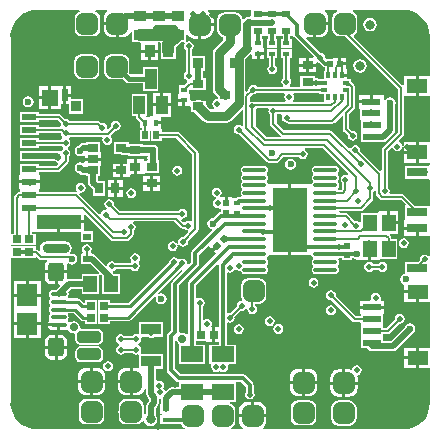
<source format=gtl>
G04 Layer_Physical_Order=1*
G04 Layer_Color=11767835*
%FSLAX25Y25*%
%MOIN*%
G70*
G01*
G75*
G04:AMPARAMS|DCode=10|XSize=70.87mil|YSize=70.87mil|CornerRadius=17.72mil|HoleSize=0mil|Usage=FLASHONLY|Rotation=0.000|XOffset=0mil|YOffset=0mil|HoleType=Round|Shape=RoundedRectangle|*
%AMROUNDEDRECTD10*
21,1,0.07087,0.03543,0,0,0.0*
21,1,0.03543,0.07087,0,0,0.0*
1,1,0.03543,0.01772,-0.01772*
1,1,0.03543,-0.01772,-0.01772*
1,1,0.03543,-0.01772,0.01772*
1,1,0.03543,0.01772,0.01772*
%
%ADD10ROUNDEDRECTD10*%
%ADD11R,0.04921X0.02362*%
%ADD12R,0.14921X0.04724*%
%ADD13R,0.05512X0.05709*%
%ADD14R,0.02362X0.03937*%
%ADD15R,0.03347X0.03740*%
%ADD16R,0.06102X0.02362*%
%ADD17R,0.07087X0.04724*%
%ADD18R,0.04528X0.05315*%
%ADD19R,0.02165X0.01772*%
%ADD20R,0.02047X0.02047*%
%ADD21P,0.02895X4X180.0*%
G04:AMPARAMS|DCode=22|XSize=39.37mil|YSize=78.74mil|CornerRadius=9.84mil|HoleSize=0mil|Usage=FLASHONLY|Rotation=270.000|XOffset=0mil|YOffset=0mil|HoleType=Round|Shape=RoundedRectangle|*
%AMROUNDEDRECTD22*
21,1,0.03937,0.05906,0,0,270.0*
21,1,0.01969,0.07874,0,0,270.0*
1,1,0.01969,-0.02953,-0.00984*
1,1,0.01969,-0.02953,0.00984*
1,1,0.01969,0.02953,0.00984*
1,1,0.01969,0.02953,-0.00984*
%
%ADD22ROUNDEDRECTD22*%
%ADD23R,0.01969X0.01378*%
%ADD24R,0.01378X0.01969*%
%ADD25R,0.07087X0.07480*%
G04:AMPARAMS|DCode=26|XSize=62.99mil|YSize=55.12mil|CornerRadius=13.78mil|HoleSize=0mil|Usage=FLASHONLY|Rotation=270.000|XOffset=0mil|YOffset=0mil|HoleType=Round|Shape=RoundedRectangle|*
%AMROUNDEDRECTD26*
21,1,0.06299,0.02756,0,0,270.0*
21,1,0.03543,0.05512,0,0,270.0*
1,1,0.02756,-0.01378,-0.01772*
1,1,0.02756,-0.01378,0.01772*
1,1,0.02756,0.01378,0.01772*
1,1,0.02756,0.01378,-0.01772*
%
%ADD26ROUNDEDRECTD26*%
%ADD27O,0.05315X0.01575*%
%ADD28R,0.02756X0.02362*%
G04:AMPARAMS|DCode=29|XSize=70.87mil|YSize=70.87mil|CornerRadius=17.72mil|HoleSize=0mil|Usage=FLASHONLY|Rotation=270.000|XOffset=0mil|YOffset=0mil|HoleType=Round|Shape=RoundedRectangle|*
%AMROUNDEDRECTD29*
21,1,0.07087,0.03543,0,0,270.0*
21,1,0.03543,0.07087,0,0,270.0*
1,1,0.03543,-0.01772,-0.01772*
1,1,0.03543,-0.01772,0.01772*
1,1,0.03543,0.01772,0.01772*
1,1,0.03543,0.01772,-0.01772*
%
%ADD29ROUNDEDRECTD29*%
%ADD30R,0.03543X0.02756*%
%ADD31R,0.02047X0.02047*%
%ADD32R,0.03937X0.03543*%
%ADD33R,0.03543X0.03937*%
%ADD34R,0.03150X0.02362*%
%ADD35R,0.03150X0.02362*%
%ADD36R,0.02559X0.02953*%
%ADD37R,0.11811X0.21654*%
%ADD38O,0.07874X0.01575*%
%ADD39R,0.07480X0.05315*%
%ADD40R,0.04528X0.05512*%
%ADD41R,0.06693X0.03150*%
%ADD42R,0.03543X0.02559*%
%ADD43R,0.02756X0.03543*%
%ADD44R,0.02165X0.02559*%
%ADD45R,0.01772X0.02165*%
%ADD46R,0.03937X0.06693*%
%ADD47R,0.03937X0.05906*%
%ADD48R,0.02953X0.02559*%
%ADD49R,0.03740X0.02559*%
%ADD50R,0.03543X0.03740*%
%ADD51R,0.06693X0.03740*%
%ADD52C,0.01378*%
%ADD53C,0.01969*%
%ADD54C,0.00787*%
%ADD55C,0.00630*%
%ADD56C,0.00984*%
%ADD57C,0.03150*%
%ADD58C,0.01181*%
%ADD59C,0.03937*%
%ADD60C,0.01575*%
%ADD61C,0.02756*%
%ADD62C,0.17716*%
%ADD63C,0.18701*%
%ADD64O,0.06299X0.03543*%
%ADD65C,0.01969*%
%ADD66C,0.02362*%
%ADD67C,0.02756*%
%ADD68C,0.05000*%
%ADD69C,0.03150*%
G36*
X195118Y231949D02*
Y231949D01*
D01*
X195549Y231740D01*
X195577Y231699D01*
X201995Y225281D01*
X201803Y224819D01*
X200500D01*
Y222941D01*
X202772D01*
Y223252D01*
X203272Y223504D01*
X203603Y223283D01*
X203721Y223259D01*
X205026Y221955D01*
X205429Y221685D01*
X205649Y221641D01*
Y220590D01*
X205374D01*
Y217854D01*
X203819D01*
X203819Y217854D01*
Y217854D01*
D01*
X203384Y218031D01*
X203346Y218056D01*
X202717Y218181D01*
X202402Y218439D01*
Y218937D01*
X197598D01*
Y215216D01*
X194156D01*
X194004Y215716D01*
X194077Y215765D01*
X194434Y216299D01*
X194559Y216929D01*
X194434Y217559D01*
X194077Y218093D01*
X193957Y218173D01*
Y224665D01*
X194626D01*
Y227697D01*
X191201D01*
Y224665D01*
X191870D01*
Y218173D01*
X191750Y218093D01*
X191393Y217559D01*
X191268Y216929D01*
X191393Y216299D01*
X191750Y215765D01*
X191823Y215716D01*
X191671Y215216D01*
X183204D01*
X183057Y215435D01*
X182524Y215792D01*
X181894Y215917D01*
X181264Y215792D01*
X180730Y215435D01*
X180373Y214901D01*
X180248Y214272D01*
X180276Y214130D01*
X179678Y213532D01*
X179216Y213724D01*
Y224364D01*
X180920Y226068D01*
X181382Y225876D01*
Y224295D01*
X182965D01*
Y226181D01*
X183465D01*
Y226681D01*
X185547D01*
Y228067D01*
X185547D01*
X185177Y228209D01*
Y231240D01*
X184709D01*
Y231949D01*
X185669D01*
X185669Y231949D01*
X185669D01*
X185984D01*
Y231949D01*
X186169Y231949D01*
X186945D01*
Y231240D01*
X186476D01*
Y228209D01*
X189902D01*
Y231240D01*
X189433D01*
Y231949D01*
X190394D01*
Y231949D01*
X190709D01*
Y231949D01*
X191669D01*
Y231240D01*
X191201D01*
Y228209D01*
X194626D01*
Y231240D01*
X194158D01*
Y231949D01*
X195118D01*
X195118Y231949D01*
D02*
G37*
G36*
X187029Y207551D02*
X186937Y207087D01*
X187062Y206457D01*
X187419Y205923D01*
X187539Y205843D01*
Y202756D01*
X187539Y202756D01*
X187619Y202357D01*
X187845Y202018D01*
X190976Y198886D01*
X190973Y198810D01*
X190816Y198386D01*
X186365D01*
X182642Y202110D01*
Y207423D01*
X182762Y207503D01*
X183119Y208037D01*
X183122Y208051D01*
X186730D01*
X187029Y207551D01*
D02*
G37*
G36*
X233626Y240617D02*
X235295Y240111D01*
X236833Y239288D01*
X238182Y238182D01*
X239288Y236833D01*
X240111Y235295D01*
X240617Y233626D01*
X240782Y231954D01*
X240769Y231890D01*
Y218717D01*
X237091D01*
Y215354D01*
Y211992D01*
X240769D01*
Y196669D01*
X237091D01*
Y193307D01*
Y189945D01*
X240769D01*
Y189303D01*
X240492Y188917D01*
X232539D01*
Y184508D01*
X240492D01*
X240769Y184123D01*
Y175917D01*
X240492Y175531D01*
X235870D01*
X232236Y179165D01*
X231924Y179374D01*
X231555Y179448D01*
X227541D01*
X227242Y179948D01*
X227335Y180413D01*
X227209Y181043D01*
X226853Y181577D01*
X226733Y181657D01*
Y193729D01*
X227901Y194897D01*
X228380Y194752D01*
X228401Y194646D01*
X228758Y194112D01*
X229291Y193755D01*
X229921Y193630D01*
X230551Y193755D01*
X231085Y194112D01*
X231442Y194646D01*
X231547Y195176D01*
X232047Y195127D01*
Y193807D01*
X236091D01*
Y196669D01*
X232047D01*
Y195424D01*
X231547Y195375D01*
X231442Y195905D01*
X231085Y196439D01*
X230551Y196796D01*
X230445Y196817D01*
X230299Y197296D01*
X231840Y198837D01*
X232067Y199175D01*
X232080Y199241D01*
X232146Y199575D01*
X232146Y199575D01*
Y211992D01*
X236091D01*
Y215354D01*
Y218717D01*
X232047D01*
Y215903D01*
X231547Y215696D01*
X215423Y231821D01*
X215487Y232464D01*
X215865Y232717D01*
X216396Y233512D01*
X216582Y234449D01*
Y237992D01*
X216396Y238929D01*
X215865Y239724D01*
X215071Y240254D01*
X214998Y240269D01*
X215047Y240769D01*
X231890D01*
X231954Y240782D01*
X233626Y240617D01*
D02*
G37*
G36*
X192461Y212629D02*
X192335Y212441D01*
X192210Y211811D01*
X192335Y211181D01*
X192692Y210647D01*
X192706Y210638D01*
X192554Y210138D01*
X182302D01*
X182228Y210187D01*
X181598Y210313D01*
X181134Y210220D01*
X180634Y210519D01*
Y211536D01*
X181752Y212654D01*
X181894Y212626D01*
X182524Y212751D01*
X183057Y213108D01*
X183072Y213129D01*
X192194D01*
X192461Y212629D01*
D02*
G37*
G36*
X203819Y212854D02*
X205374D01*
Y210138D01*
X195158D01*
X195006Y210638D01*
X195019Y210647D01*
X195376Y211181D01*
X195501Y211811D01*
X195376Y212441D01*
X195250Y212629D01*
X195518Y213129D01*
X203819D01*
Y212854D01*
D02*
G37*
G36*
X109843Y240769D02*
X123929D01*
X123979Y240269D01*
X123906Y240254D01*
X123111Y239724D01*
X122580Y238929D01*
X122394Y237992D01*
Y234449D01*
X122580Y233512D01*
X123111Y232717D01*
X123906Y232187D01*
X124843Y232000D01*
X128386D01*
X129323Y232187D01*
X130117Y232717D01*
X130648Y233512D01*
X130834Y234449D01*
Y237992D01*
X130648Y238929D01*
X130117Y239724D01*
X129323Y240254D01*
X129250Y240269D01*
X129299Y240769D01*
X133087D01*
X133257Y240269D01*
X132866Y239969D01*
X132422Y239390D01*
X132142Y238716D01*
X132047Y237992D01*
Y236720D01*
X136614D01*
Y236221D01*
X137114D01*
Y231653D01*
X138386D01*
X139109Y231749D01*
X139784Y232028D01*
X140363Y232472D01*
X140807Y233051D01*
X140996Y233508D01*
X141496Y233408D01*
Y232749D01*
X141474Y232579D01*
X141496Y232408D01*
Y230177D01*
X143102D01*
X143416Y230047D01*
X144041Y229965D01*
Y229965D01*
X144041D01*
X144481Y229818D01*
X144536Y229798D01*
X144536Y229458D01*
Y227484D01*
X147307D01*
X150079D01*
Y229458D01*
X150079Y229953D01*
X150577Y229958D01*
X150684D01*
X151014Y229582D01*
X150986Y229366D01*
Y226984D01*
X151075Y226306D01*
X151205Y225992D01*
Y224386D01*
X153436D01*
X153606Y224363D01*
X153777Y224386D01*
X156008D01*
Y225992D01*
X156138Y226306D01*
X156227Y226984D01*
Y228280D01*
X158124Y230177D01*
X158798D01*
X159040Y229677D01*
X158811Y229335D01*
X158686Y228705D01*
X158811Y228075D01*
X159168Y227541D01*
X159392Y227392D01*
Y220105D01*
X159192Y219971D01*
X158835Y219437D01*
X158710Y218807D01*
X158835Y218177D01*
X159192Y217643D01*
X159663Y217328D01*
X159722Y217212D01*
X159743Y217116D01*
X159778Y216766D01*
X158800Y215787D01*
X157047D01*
Y213114D01*
X157047Y212928D01*
X156677Y212614D01*
D01*
Y212496D01*
X156677Y212442D01*
Y211228D01*
X158760D01*
Y210728D01*
X159260D01*
Y208842D01*
X160484D01*
X160843Y208842D01*
X160984Y208401D01*
Y206752D01*
X162215D01*
X165044Y203922D01*
X165774Y203435D01*
X166634Y203264D01*
X172835D01*
X173695Y203435D01*
X174424Y203922D01*
X178085Y207583D01*
X178547Y207392D01*
Y202328D01*
X178361Y202203D01*
X178047Y202107D01*
X177598Y202406D01*
X176969Y202532D01*
X176339Y202406D01*
X175805Y202050D01*
X175448Y201516D01*
X175323Y200886D01*
X175448Y200256D01*
X175805Y199722D01*
X176339Y199365D01*
X176969Y199240D01*
X177205Y199287D01*
X186287Y190205D01*
X186600Y189996D01*
X186969Y189922D01*
X189705D01*
X190073Y189996D01*
X190386Y190205D01*
X191935Y191753D01*
X197128D01*
X197261Y191553D01*
X197795Y191196D01*
X198425Y191071D01*
X199055Y191196D01*
X199589Y191553D01*
X199946Y192087D01*
X200071Y192717D01*
X199946Y193346D01*
X199589Y193880D01*
X199074Y194224D01*
X199067Y194262D01*
X199190Y194724D01*
X204981D01*
X213539Y186166D01*
X213228Y185773D01*
X212598Y185898D01*
X211969Y185773D01*
X211435Y185416D01*
X211078Y184882D01*
X210953Y184252D01*
X211078Y183622D01*
X211435Y183088D01*
X211555Y183008D01*
Y181141D01*
X211280Y180867D01*
X210238D01*
X210090Y181319D01*
X210117Y181420D01*
X210390Y181829D01*
X210500Y182382D01*
X210390Y182935D01*
X210117Y183344D01*
X210065Y183539D01*
Y183783D01*
X210117Y183979D01*
X210390Y184388D01*
X210500Y184941D01*
X210390Y185494D01*
X210117Y185903D01*
X210065Y186099D01*
Y186343D01*
X210117Y186538D01*
X210390Y186947D01*
X210500Y187500D01*
X210390Y188053D01*
X210077Y188522D01*
X209608Y188835D01*
X209055Y188945D01*
X202756D01*
X202203Y188835D01*
X201734Y188522D01*
X201421Y188053D01*
X201311Y187500D01*
X201421Y186947D01*
X201694Y186538D01*
X201746Y186343D01*
Y186099D01*
X201694Y185903D01*
X201421Y185494D01*
X201311Y184941D01*
X201421Y184388D01*
X201694Y183979D01*
X201746Y183783D01*
Y183539D01*
X201694Y183344D01*
X201421Y182935D01*
X201414Y182901D01*
X201000Y182693D01*
X200945Y182693D01*
X194595D01*
Y170866D01*
Y159039D01*
X200945D01*
X201000Y159039D01*
X201414Y158832D01*
X201421Y158797D01*
X201694Y158388D01*
X201746Y158193D01*
Y157949D01*
X201694Y157754D01*
X201421Y157344D01*
X201311Y156791D01*
X201421Y156238D01*
X201694Y155829D01*
X201746Y155634D01*
Y155390D01*
X201694Y155195D01*
X201421Y154785D01*
X201311Y154232D01*
X201421Y153679D01*
X201734Y153210D01*
X202203Y152897D01*
X202756Y152787D01*
X209055D01*
X209608Y152897D01*
X210077Y153210D01*
X210390Y153679D01*
X210500Y154232D01*
X210390Y154785D01*
X210117Y155195D01*
X210065Y155390D01*
Y155634D01*
X210117Y155829D01*
X210390Y156238D01*
X210500Y156791D01*
X210390Y157344D01*
X210282Y157506D01*
X210550Y158006D01*
X211339D01*
Y157402D01*
X214646D01*
Y158006D01*
X215339D01*
X215880Y157644D01*
X216587Y157504D01*
X216905Y157567D01*
X217406Y157465D01*
Y157465D01*
X217406Y157465D01*
X220169D01*
Y161221D01*
X221169D01*
Y157465D01*
X223933D01*
Y157465D01*
X224075Y157835D01*
X229862D01*
Y164606D01*
X227932D01*
Y164665D01*
X227859Y165034D01*
X227650Y165347D01*
X227332Y165664D01*
X227524Y166126D01*
X230232D01*
Y169382D01*
X226969D01*
Y169882D01*
X226468D01*
Y173638D01*
X223705D01*
Y173638D01*
X223563Y173268D01*
X217776D01*
Y170258D01*
X217436Y170116D01*
X217276Y170081D01*
X216772Y170418D01*
X216142Y170543D01*
X215836Y170483D01*
X213435Y172884D01*
X213096Y173110D01*
X212697Y173189D01*
X212697Y173189D01*
X210741D01*
X210486Y173689D01*
X210565Y173799D01*
X217756D01*
X217756Y173799D01*
X218155Y173878D01*
X218494Y174104D01*
X221604Y177215D01*
X221604Y177215D01*
X221830Y177553D01*
X221910Y177953D01*
Y180252D01*
X222030Y180332D01*
X222297Y180731D01*
X222797Y180580D01*
Y179614D01*
X222870Y179246D01*
X223079Y178933D01*
X224209Y177803D01*
X224521Y177594D01*
X224890Y177521D01*
X231156D01*
X232717Y175960D01*
X232539Y175531D01*
X232539D01*
X232539Y175531D01*
Y171122D01*
X232539D01*
X232387Y170685D01*
X232169D01*
Y168610D01*
X236516D01*
Y168110D01*
X237016D01*
Y165535D01*
X240769D01*
Y158800D01*
X240269Y158648D01*
X240140Y158841D01*
X239606Y159198D01*
X238976Y159323D01*
X238347Y159198D01*
X237813Y158841D01*
X237456Y158307D01*
X237331Y157677D01*
X237378Y157441D01*
X236866Y156929D01*
X232539D01*
Y152803D01*
X231971Y152690D01*
X231371Y152290D01*
X230971Y151691D01*
X230831Y150984D01*
X230971Y150278D01*
X231371Y149679D01*
X231971Y149278D01*
X232146Y149243D01*
Y147350D01*
X236689D01*
Y146850D01*
X237189D01*
Y143488D01*
X240769D01*
Y128165D01*
X237189D01*
Y124803D01*
Y121441D01*
X240769D01*
Y109843D01*
X240782Y109778D01*
X240617Y108107D01*
X240111Y106437D01*
X239288Y104899D01*
X238182Y103550D01*
X236833Y102444D01*
X235295Y101621D01*
X233626Y101115D01*
X231954Y100951D01*
X231890Y100963D01*
X185181D01*
X185011Y101463D01*
X185402Y101763D01*
X185846Y102342D01*
X186126Y103017D01*
X186221Y103740D01*
Y105012D01*
X181653D01*
X177086D01*
Y103740D01*
X177182Y103017D01*
X177461Y102342D01*
X177905Y101763D01*
X178296Y101463D01*
X178126Y100963D01*
X174338D01*
X174289Y101463D01*
X174362Y101478D01*
X175157Y102009D01*
X175687Y102803D01*
X175874Y103740D01*
Y107283D01*
X175687Y108221D01*
X175157Y109015D01*
X174362Y109546D01*
X174097Y109598D01*
X174146Y110098D01*
X176024D01*
Y116667D01*
X177888D01*
X179364Y115191D01*
Y113491D01*
X179188Y113228D01*
X179063Y112598D01*
X179188Y111969D01*
X179545Y111435D01*
X180079Y111078D01*
X180709Y110953D01*
X181339Y111078D01*
X181872Y111435D01*
X182229Y111969D01*
X182354Y112598D01*
X182229Y113228D01*
X182053Y113491D01*
Y115748D01*
X181951Y116263D01*
X181659Y116699D01*
X179396Y118963D01*
X178960Y119254D01*
X178445Y119357D01*
X157742D01*
X155872Y121226D01*
Y130290D01*
X156372Y130339D01*
X156376Y130319D01*
X156808Y129673D01*
X157047Y129272D01*
X157047D01*
Y122697D01*
X165787D01*
Y129272D01*
X162762D01*
Y130374D01*
X164663D01*
X164764Y130354D01*
X164865Y130374D01*
X166279D01*
X166421Y130004D01*
Y130004D01*
X168201D01*
Y132480D01*
Y134961D01*
X167936Y135457D01*
X167961Y135494D01*
X168086Y136124D01*
X167961Y136754D01*
X167604Y137288D01*
X167070Y137644D01*
X166440Y137770D01*
X165810Y137644D01*
X165520Y137450D01*
X165020Y137718D01*
Y141965D01*
X165140Y142045D01*
X165497Y142579D01*
X165622Y143209D01*
X165497Y143839D01*
X165140Y144372D01*
X164606Y144729D01*
X163976Y144854D01*
X163347Y144729D01*
X163262Y144673D01*
X162762Y144940D01*
Y149049D01*
X169844Y156131D01*
X170272Y155923D01*
X170309Y155889D01*
Y134957D01*
X169201D01*
Y132480D01*
Y130004D01*
X170309D01*
Y129272D01*
X167283D01*
Y122697D01*
X167688D01*
X167950Y122197D01*
X167842Y121653D01*
X167968Y121024D01*
X168324Y120490D01*
X168858Y120133D01*
X169488Y120008D01*
X170118Y120133D01*
X170652Y120490D01*
X170687D01*
X171221Y120133D01*
X171850Y120008D01*
X172480Y120133D01*
X173014Y120490D01*
X173371Y121024D01*
X173496Y121653D01*
X173388Y122197D01*
X173650Y122697D01*
X176024D01*
Y129272D01*
X172998D01*
Y136372D01*
X173498Y136646D01*
X174016Y136543D01*
X174646Y136669D01*
X175180Y137025D01*
X175536Y137559D01*
X175662Y138189D01*
X175615Y138425D01*
X177716Y140527D01*
X177953Y140480D01*
X178583Y140605D01*
X179116Y140962D01*
X179412Y141405D01*
X179883Y141210D01*
X179850Y141043D01*
X179975Y140413D01*
X180332Y139880D01*
X180866Y139523D01*
X181496Y139398D01*
X182126Y139523D01*
X182660Y139880D01*
X183017Y140413D01*
X183142Y141043D01*
X183017Y141673D01*
X182660Y142207D01*
X182540Y142287D01*
Y142925D01*
X183760D01*
X184697Y143112D01*
X185491Y143643D01*
X186022Y144437D01*
X186208Y145374D01*
Y148917D01*
X186022Y149854D01*
X185491Y150649D01*
X184697Y151180D01*
X183760Y151366D01*
X180217D01*
X179279Y151180D01*
X178485Y150649D01*
X177954Y149854D01*
X177768Y148917D01*
Y145374D01*
X177954Y144437D01*
X178104Y144213D01*
X177816Y143745D01*
X177323Y143647D01*
X176789Y143290D01*
X176432Y142756D01*
X176307Y142126D01*
X176354Y141890D01*
X174252Y139788D01*
X174016Y139835D01*
X173498Y139732D01*
X172998Y140006D01*
Y153104D01*
X173498Y153378D01*
X174016Y153276D01*
X174646Y153401D01*
X175180Y153758D01*
X175389Y154071D01*
X175680Y154264D01*
X176028Y154199D01*
X176339Y153991D01*
X176969Y153866D01*
X177241Y153920D01*
X177799Y153679D01*
X178112Y153210D01*
X178581Y152897D01*
X179134Y152787D01*
X185433D01*
X185986Y152897D01*
X186455Y153210D01*
X186768Y153679D01*
X186878Y154232D01*
X186768Y154785D01*
X186495Y155195D01*
X186443Y155390D01*
Y155634D01*
X186495Y155829D01*
X186768Y156238D01*
X186878Y156791D01*
X186768Y157344D01*
X186495Y157754D01*
X186443Y157949D01*
Y158193D01*
X186495Y158388D01*
X186768Y158797D01*
X186775Y158832D01*
X187189Y159039D01*
X187244Y159039D01*
X193595D01*
Y170866D01*
Y182693D01*
X187244D01*
X187189Y182693D01*
X186775Y182901D01*
X186768Y182935D01*
X186495Y183344D01*
X186443Y183539D01*
Y183783D01*
X186495Y183979D01*
X186768Y184388D01*
X186878Y184941D01*
X186768Y185494D01*
X186495Y185903D01*
X186443Y186099D01*
Y186343D01*
X186495Y186538D01*
X186768Y186947D01*
X186878Y187500D01*
X186768Y188053D01*
X186455Y188522D01*
X185986Y188835D01*
X185433Y188945D01*
X179134D01*
X178581Y188835D01*
X178112Y188522D01*
X177799Y188053D01*
X177689Y187500D01*
X177799Y186947D01*
X178072Y186538D01*
X178123Y186343D01*
Y186099D01*
X178072Y185903D01*
X177799Y185494D01*
X177689Y184941D01*
X177799Y184388D01*
X178072Y183979D01*
X178123Y183783D01*
Y183539D01*
X178072Y183344D01*
X177799Y182935D01*
X177689Y182382D01*
X177799Y181829D01*
X178072Y181420D01*
X178123Y181224D01*
Y180980D01*
X178072Y180785D01*
X177799Y180376D01*
X177689Y179823D01*
X177799Y179270D01*
X177974Y179008D01*
X177719Y178508D01*
X177067D01*
X176591Y178413D01*
X176187Y178144D01*
X176134Y178091D01*
X174858D01*
Y178402D01*
X173335D01*
Y176378D01*
X172335D01*
Y178402D01*
X171167D01*
X171132Y178440D01*
X170945Y178902D01*
X171205Y179291D01*
X171331Y179921D01*
X171205Y180551D01*
X170849Y181085D01*
X170315Y181442D01*
X169685Y181567D01*
X169055Y181442D01*
X168521Y181085D01*
X168165Y180551D01*
X168039Y179921D01*
X168165Y179291D01*
X168521Y178758D01*
X169055Y178401D01*
X169297Y178353D01*
X169335Y178240D01*
X169350Y177832D01*
X168915Y177542D01*
X168558Y177008D01*
X168433Y176378D01*
X168558Y175748D01*
X168915Y175214D01*
X169449Y174857D01*
X170079Y174732D01*
X170311Y174778D01*
X170811Y174370D01*
Y174354D01*
X171181D01*
Y173490D01*
X170965D01*
X170450Y173388D01*
X170014Y173097D01*
X168337Y171419D01*
X167699Y171293D01*
X167100Y170892D01*
X166700Y170293D01*
X166559Y169587D01*
X166700Y168880D01*
X167100Y168281D01*
X167699Y167881D01*
X167973Y167826D01*
X168138Y167284D01*
X161451Y160597D01*
X161159Y160160D01*
X161057Y159646D01*
Y156659D01*
X160355Y155958D01*
X159895Y156204D01*
X159914Y156299D01*
X159788Y156929D01*
X159432Y157463D01*
X158897Y157820D01*
X158268Y157945D01*
X157638Y157820D01*
X157374Y157643D01*
X156743Y157755D01*
X156676Y157857D01*
X156141Y158213D01*
X155512Y158339D01*
X154882Y158213D01*
X154348Y157857D01*
X153991Y157323D01*
X153866Y156693D01*
X153870Y156669D01*
X140471Y143270D01*
X133996D01*
Y144232D01*
X130177D01*
Y140020D01*
Y136083D01*
X133996D01*
Y137045D01*
X140157D01*
X140595Y137132D01*
X140966Y137380D01*
X149060Y145474D01*
X149475Y145195D01*
X149335Y144488D01*
X149475Y143782D01*
X149875Y143183D01*
X150475Y142782D01*
X151181Y142642D01*
X151888Y142782D01*
X152487Y143183D01*
X152887Y143782D01*
X153028Y144488D01*
X152887Y145195D01*
X152487Y145794D01*
X151888Y146194D01*
X151181Y146335D01*
X150475Y146194D01*
X150195Y146609D01*
X157957Y154371D01*
X158047Y154357D01*
X158223Y153826D01*
X154955Y150557D01*
X154663Y150121D01*
X154561Y149606D01*
Y134022D01*
X153577Y133037D01*
X153285Y132601D01*
X153183Y132087D01*
Y120669D01*
X153285Y120155D01*
X153577Y119718D01*
X156234Y117061D01*
X156234Y117061D01*
X156603Y116814D01*
X156605Y116813D01*
X156605D01*
X156670Y116769D01*
X156835Y116727D01*
X157047Y116673D01*
X157047D01*
X157047Y116673D01*
Y114992D01*
X154720D01*
X154090Y114867D01*
X153556Y114510D01*
X152810Y113764D01*
X152332Y113909D01*
X152310Y114016D01*
X151954Y114550D01*
X151823Y114637D01*
X152013Y114921D01*
X152138Y115551D01*
X152013Y116181D01*
X151656Y116715D01*
X151122Y117072D01*
X150492Y117197D01*
X149980Y117095D01*
X149480Y117372D01*
Y121221D01*
X151811D01*
Y126221D01*
X144562D01*
X144294Y126720D01*
X144434Y126929D01*
X144559Y127559D01*
X144434Y128189D01*
X144077Y128723D01*
X143552Y129074D01*
X143543Y129123D01*
Y129539D01*
X143552Y129588D01*
X144077Y129939D01*
X144434Y130473D01*
X144559Y131102D01*
X144510Y131350D01*
X144911Y131850D01*
X146854D01*
X147303Y131550D01*
X147933Y131425D01*
X148563Y131550D01*
X149012Y131850D01*
X151811D01*
Y136850D01*
X143858D01*
Y132968D01*
X143358Y132660D01*
X142913Y132748D01*
X142284Y132623D01*
X141750Y132266D01*
X141669Y132146D01*
X138882D01*
X138801Y132266D01*
X138267Y132623D01*
X137638Y132748D01*
X137008Y132623D01*
X136474Y132266D01*
X136117Y131732D01*
X135992Y131102D01*
X136117Y130473D01*
X136474Y129939D01*
X137008Y129582D01*
X137068Y129570D01*
X137136Y129226D01*
X137121Y129050D01*
X136632Y128723D01*
X136275Y128189D01*
X136150Y127559D01*
X136275Y126929D01*
X136632Y126395D01*
X137165Y126039D01*
X137795Y125913D01*
X138425Y126039D01*
X138959Y126395D01*
X139039Y126515D01*
X141669D01*
X141750Y126395D01*
X142284Y126039D01*
X142913Y125913D01*
X143358Y126002D01*
X143785Y125739D01*
X143858Y125648D01*
Y121863D01*
X143358Y121451D01*
X143012Y121496D01*
X141740D01*
Y116929D01*
Y112362D01*
X143012D01*
X143735Y112457D01*
X144410Y112736D01*
X144989Y113181D01*
X145433Y113760D01*
X145712Y114434D01*
X146189Y114336D01*
Y112631D01*
X146314Y112002D01*
X146671Y111468D01*
X147016Y111123D01*
Y110334D01*
X146671Y109989D01*
X146314Y109455D01*
X146189Y108825D01*
Y106175D01*
X145960Y105988D01*
X145460Y106224D01*
Y108701D01*
X145274Y109638D01*
X144743Y110432D01*
X143949Y110963D01*
X143012Y111149D01*
X139469D01*
X138531Y110963D01*
X137737Y110432D01*
X137206Y109638D01*
X137020Y108701D01*
Y107346D01*
X136937Y106929D01*
X137020Y106512D01*
Y105157D01*
X137206Y104220D01*
X137737Y103426D01*
X138531Y102895D01*
X139469Y102709D01*
X143012D01*
X143949Y102895D01*
X144743Y103426D01*
X145000Y103809D01*
X145530Y103704D01*
X145577Y103471D01*
X146064Y102741D01*
X146793Y102254D01*
X147653Y102083D01*
X148514Y102254D01*
X149243Y102741D01*
X149730Y103471D01*
X149901Y104331D01*
X149730Y105191D01*
X149480Y105565D01*
Y108144D01*
X149825Y108488D01*
X150182Y109022D01*
X150307Y109652D01*
Y111260D01*
X150707Y111568D01*
X151012Y111272D01*
Y109291D01*
X150945D01*
Y106260D01*
X151562D01*
X151573Y106248D01*
X151351Y105748D01*
X150945D01*
Y102717D01*
X154370D01*
Y102789D01*
X157629D01*
X158150Y102009D01*
X158945Y101478D01*
X159018Y101463D01*
X158969Y100963D01*
X109843D01*
X109778Y100951D01*
X108107Y101115D01*
X106437Y101621D01*
X104899Y102444D01*
X103550Y103550D01*
X102444Y104899D01*
X101621Y106437D01*
X101115Y108107D01*
X100951Y109778D01*
X100963Y109843D01*
Y158130D01*
X104579D01*
X105059Y158130D01*
X105059Y158130D01*
X105079D01*
Y158130D01*
X105079Y158130D01*
X109291D01*
Y158280D01*
X109753Y158471D01*
X110441Y157783D01*
X110753Y157574D01*
X111122Y157501D01*
X112906D01*
X112966Y157305D01*
X113031Y157001D01*
X112524Y156243D01*
X112339Y155315D01*
Y154043D01*
X116142D01*
X119944D01*
Y155315D01*
X119797Y156058D01*
X120256Y156310D01*
X120724Y155997D01*
X121431Y155857D01*
X122137Y155997D01*
X122736Y156398D01*
X123136Y156997D01*
X123277Y157703D01*
X123136Y158410D01*
X122736Y159009D01*
X122137Y159409D01*
X121431Y159550D01*
X121110Y159486D01*
X121085Y159512D01*
X120862Y159946D01*
X121270Y160557D01*
X121441Y161417D01*
X121270Y162278D01*
X120782Y163007D01*
X120610Y163122D01*
Y163327D01*
X120304D01*
X120053Y163494D01*
X119193Y163665D01*
X112992D01*
X112132Y163494D01*
X111403Y163007D01*
X110915Y162278D01*
X110744Y161417D01*
X110870Y160786D01*
X110409Y160540D01*
X110229Y160721D01*
X109916Y160929D01*
X109547Y161003D01*
X109291D01*
Y161949D01*
X105559D01*
X105079Y161949D01*
X105079Y161949D01*
X105059D01*
Y161949D01*
X105059Y161949D01*
X100963D01*
Y162461D01*
X105059D01*
Y162461D01*
X105079D01*
Y162461D01*
X109291D01*
Y166279D01*
X108148D01*
Y166764D01*
X108587Y166913D01*
X108587Y166913D01*
Y166913D01*
X108587Y166913D01*
X116547D01*
Y170276D01*
X117047D01*
Y170776D01*
X125508D01*
Y172378D01*
X125970Y172569D01*
X134457Y164083D01*
X134769Y163874D01*
X135138Y163800D01*
X139764D01*
X140132Y163874D01*
X140445Y164083D01*
X141725Y165362D01*
X141933Y165675D01*
X142007Y166043D01*
Y167108D01*
X142207Y167242D01*
X142564Y167776D01*
X142689Y168405D01*
X142564Y169035D01*
X142207Y169569D01*
X141867Y169797D01*
X142019Y170297D01*
X155605D01*
X157685Y168216D01*
X157998Y168008D01*
X158366Y167934D01*
X158939D01*
X159072Y167734D01*
X159606Y167377D01*
X160080Y167283D01*
X160270Y166855D01*
X160277Y166773D01*
X158606Y165102D01*
X158465Y165130D01*
X157835Y165005D01*
X157301Y164648D01*
X156944Y164114D01*
X156819Y163484D01*
X156879Y163182D01*
Y163182D01*
X156922Y162967D01*
X156918Y162965D01*
X156901Y162958D01*
X156861Y162942D01*
X156516Y162799D01*
X156481Y162784D01*
X156457Y162774D01*
X156451Y162772D01*
X156332Y162949D01*
Y162949D01*
X156183Y163172D01*
X155649Y163528D01*
X155020Y163654D01*
X154390Y163528D01*
X153856Y163172D01*
X153499Y162638D01*
X153374Y162008D01*
X153499Y161378D01*
X153856Y160844D01*
X154390Y160487D01*
X155020Y160362D01*
X155649Y160487D01*
X156183Y160844D01*
X156540Y161378D01*
X156666Y162008D01*
X156605Y162310D01*
Y162310D01*
X156562Y162525D01*
X156567Y162527D01*
X156583Y162534D01*
X156623Y162550D01*
X156968Y162694D01*
X157003Y162708D01*
X157028Y162718D01*
X157034Y162721D01*
X157152Y162543D01*
Y162543D01*
X157301Y162320D01*
X157835Y161964D01*
X158465Y161838D01*
X159094Y161964D01*
X159628Y162320D01*
X159985Y162854D01*
X160110Y163484D01*
X160082Y163626D01*
X163336Y166880D01*
X163563Y167219D01*
X163642Y167618D01*
Y193110D01*
X163563Y193510D01*
X163336Y193848D01*
X163336Y193848D01*
X157431Y199754D01*
X157092Y199980D01*
X156693Y200059D01*
X156693Y200059D01*
X151672D01*
X151319Y200413D01*
Y200716D01*
X151319Y200909D01*
Y200925D01*
X151197Y201375D01*
Y201425D01*
Y202748D01*
X149311D01*
Y203748D01*
X151197D01*
Y205201D01*
X154347D01*
Y208654D01*
X151378D01*
X148409D01*
Y205684D01*
X148056Y205331D01*
X147597D01*
X147543Y205331D01*
X147425D01*
X147425D01*
X147111Y204961D01*
X146925Y204961D01*
X145916D01*
X145843Y205071D01*
X146110Y205571D01*
X146496D01*
Y212736D01*
X141299D01*
Y205571D01*
X142762D01*
X142854Y205118D01*
X142933Y204719D01*
X143160Y204380D01*
X144252Y203288D01*
Y201535D01*
X144724D01*
Y200925D01*
X143957D01*
Y197106D01*
X147382D01*
Y200394D01*
X147666Y200560D01*
X147894Y200400D01*
Y197106D01*
X151319D01*
Y197972D01*
X156261D01*
X161555Y192678D01*
Y170559D01*
X161055Y170292D01*
X160866Y170418D01*
X160236Y170543D01*
X159606Y170418D01*
X159072Y170061D01*
X158517Y170109D01*
X157868Y170759D01*
X158114Y171220D01*
X158268Y171189D01*
X158897Y171314D01*
X159432Y171671D01*
X159788Y172205D01*
X159914Y172835D01*
X159788Y173465D01*
X159432Y173998D01*
X158897Y174355D01*
X158268Y174480D01*
X157638Y174355D01*
X157104Y173998D01*
X156970Y173798D01*
X137407D01*
X135457Y175748D01*
X135504Y175984D01*
X135379Y176614D01*
X135022Y177148D01*
X134488Y177505D01*
X133858Y177630D01*
X133228Y177505D01*
X132694Y177148D01*
X132338Y176614D01*
X132212Y175984D01*
X132338Y175354D01*
X132694Y174820D01*
X132969Y174637D01*
X132774Y174166D01*
X132677Y174185D01*
X132047Y174060D01*
X131513Y173703D01*
X131157Y173169D01*
X131109Y172929D01*
X130566Y172765D01*
X123886Y179445D01*
X124133Y179905D01*
X124409Y179850D01*
X125039Y179975D01*
X125573Y180332D01*
X125930Y180866D01*
X126055Y181496D01*
X125930Y182126D01*
X125573Y182660D01*
X125039Y183017D01*
X124409Y183142D01*
X123780Y183017D01*
X123246Y182660D01*
X122889Y182126D01*
X122764Y181496D01*
X122889Y180866D01*
X123097Y180555D01*
X122882Y180180D01*
X122801Y180097D01*
X110728D01*
X110374Y180451D01*
Y180783D01*
X110374Y180945D01*
X110733Y181283D01*
X110734Y181283D01*
X110744D01*
Y182965D01*
X107283D01*
X103823D01*
Y181283D01*
X103833D01*
X104193Y180945D01*
X104193Y180783D01*
Y180097D01*
X103937D01*
X103568Y180024D01*
X103256Y179815D01*
X102271Y178831D01*
X102063Y178518D01*
X101989Y178150D01*
Y166279D01*
X100963D01*
Y231890D01*
X100951Y231954D01*
X101115Y233626D01*
X101621Y235295D01*
X102444Y236833D01*
X103550Y238182D01*
X104899Y239288D01*
X106437Y240111D01*
X108107Y240617D01*
X109778Y240782D01*
X109843Y240769D01*
D02*
G37*
G36*
X181260Y238975D02*
X180760Y238565D01*
X180472Y238622D01*
X179689Y238466D01*
X179025Y238022D01*
X178771Y237769D01*
X178228Y237933D01*
X178109Y238535D01*
X177578Y239330D01*
X176784Y239861D01*
X175847Y240047D01*
X172303D01*
X171366Y239861D01*
X170572Y239330D01*
X170041Y238535D01*
X169854Y237598D01*
Y234055D01*
X170041Y233118D01*
X170572Y232324D01*
X171366Y231793D01*
X171925Y231682D01*
Y230911D01*
X168981Y227968D01*
X168494Y227238D01*
X168323Y226378D01*
Y214370D01*
X168494Y213510D01*
X168981Y212781D01*
X169974Y211788D01*
X169957Y211257D01*
X169885Y211198D01*
X169255Y211073D01*
X168721Y210716D01*
X168365Y210182D01*
X168239Y209553D01*
X168365Y208923D01*
X168721Y208389D01*
X168915Y208260D01*
X168763Y207760D01*
X167565D01*
X166392Y208933D01*
X166124Y209333D01*
X165984Y209427D01*
Y210571D01*
X164595D01*
X164345Y210738D01*
X163484Y210909D01*
X162624Y210738D01*
X162374Y210571D01*
X161343D01*
X160984Y210571D01*
X160843Y211012D01*
X160843Y211012D01*
Y212442D01*
X160843Y212496D01*
Y212614D01*
Y212614D01*
X160472Y212928D01*
X160472Y213114D01*
Y214038D01*
X160545Y214086D01*
X160984Y214232D01*
Y214232D01*
X165984D01*
Y218051D01*
X165130D01*
Y220532D01*
X165689D01*
Y225532D01*
X161319D01*
Y227423D01*
X161496Y227541D01*
X161852Y228075D01*
X161978Y228705D01*
X161852Y229335D01*
X161496Y229869D01*
X160962Y230226D01*
X160332Y230351D01*
X159918Y230269D01*
X159475Y230555D01*
X159418Y230637D01*
Y232408D01*
X159425Y232461D01*
X159731Y232593D01*
X159925Y232602D01*
X160326Y232078D01*
X160905Y231634D01*
X161580Y231355D01*
X162303Y231260D01*
X163575D01*
Y235827D01*
X164075D01*
Y236327D01*
X168642D01*
Y237598D01*
X168547Y238322D01*
X168268Y238996D01*
X167823Y239575D01*
X167244Y240019D01*
X166570Y240299D01*
X166680Y240769D01*
X181260D01*
Y238975D01*
D02*
G37*
G36*
X170106Y161919D02*
X168675Y160488D01*
X169536Y159627D01*
X160467Y150557D01*
X160175Y150121D01*
X160073Y149606D01*
Y132847D01*
X159573Y132645D01*
X159051Y132994D01*
X158268Y133150D01*
X157674Y133031D01*
X157283Y133343D01*
X157241Y133416D01*
X157250Y133465D01*
Y149049D01*
X163352Y155151D01*
X163352Y155151D01*
X163547Y155443D01*
X163644Y155588D01*
X163746Y156102D01*
X163746Y156102D01*
Y159089D01*
X166910Y162253D01*
X167968Y161195D01*
X169399Y162626D01*
X170106Y161919D01*
D02*
G37*
G36*
X209727Y240269D02*
X209653Y240254D01*
X208859Y239724D01*
X208328Y238929D01*
X208142Y237992D01*
Y234449D01*
X208328Y233512D01*
X208859Y232717D01*
X209653Y232187D01*
X210591Y232000D01*
X212292D01*
X230059Y214233D01*
Y200007D01*
X224951Y194899D01*
X224725Y194561D01*
X224645Y194161D01*
X224645Y194161D01*
Y187464D01*
X224145Y187257D01*
X217544Y193858D01*
X217591Y194095D01*
X217465Y194724D01*
X217109Y195258D01*
X216575Y195615D01*
X215945Y195740D01*
X215315Y195615D01*
X214781Y195258D01*
X214473Y194797D01*
X213934Y194628D01*
X208218Y200344D01*
X207880Y200571D01*
X207814Y200584D01*
X207480Y200650D01*
X207480Y200650D01*
X192165D01*
X189626Y203188D01*
Y205843D01*
X189746Y205923D01*
X189827Y206043D01*
X191284D01*
X191552Y205543D01*
X191491Y205453D01*
X191366Y204823D01*
X191491Y204193D01*
X191848Y203659D01*
X192382Y203302D01*
X193012Y203177D01*
X193153Y203205D01*
X193160Y203199D01*
X193498Y202973D01*
X193564Y202960D01*
X193898Y202893D01*
X193898Y202893D01*
X208268D01*
X208268Y202893D01*
X208667Y202973D01*
X209006Y203199D01*
X211290Y205483D01*
X211752Y205292D01*
Y200984D01*
X211752Y200984D01*
X211831Y200585D01*
X212057Y200246D01*
X213343Y198960D01*
X213315Y198819D01*
X213440Y198189D01*
X213797Y197655D01*
X214331Y197298D01*
X214961Y197173D01*
X215591Y197298D01*
X216124Y197655D01*
X216481Y198189D01*
X216606Y198819D01*
X216481Y199449D01*
X216124Y199983D01*
X215591Y200339D01*
X214961Y200465D01*
X214819Y200436D01*
X213839Y201417D01*
Y206028D01*
X215541Y207730D01*
X215541Y207730D01*
X215767Y208069D01*
X215781Y208135D01*
X215847Y208468D01*
X215847Y208468D01*
Y215168D01*
X215767Y215567D01*
X215541Y215906D01*
X215541Y215906D01*
X214823Y216623D01*
X214802Y216637D01*
X214743Y216934D01*
X214517Y217273D01*
X214291Y217424D01*
Y217854D01*
X213106D01*
Y218476D01*
X211417D01*
Y219476D01*
X213106D01*
Y220960D01*
X212653D01*
Y222335D01*
X210630D01*
Y222835D01*
X210130D01*
Y224858D01*
X208606D01*
Y224488D01*
X206294D01*
X205878Y224803D01*
X205753Y225433D01*
X205396Y225967D01*
X204862Y226324D01*
X204375Y226421D01*
X199391Y231405D01*
X199674Y231828D01*
X199867Y231749D01*
X200591Y231653D01*
X201862D01*
Y236221D01*
X202362D01*
Y236720D01*
X206929D01*
Y237992D01*
X206834Y238716D01*
X206555Y239390D01*
X206111Y239969D01*
X205720Y240269D01*
X205889Y240769D01*
X209677D01*
X209727Y240269D01*
D02*
G37*
%LPC*%
G36*
X177067Y135996D02*
X176437Y135871D01*
X175903Y135514D01*
X175546Y134980D01*
X175421Y134350D01*
X175546Y133721D01*
X175903Y133187D01*
X176437Y132830D01*
X177067Y132705D01*
X177697Y132830D01*
X178231Y133187D01*
X178587Y133721D01*
X178713Y134350D01*
X178587Y134980D01*
X178231Y135514D01*
X177697Y135871D01*
X177067Y135996D01*
D02*
G37*
G36*
X116528Y135327D02*
X113435D01*
X113474Y135129D01*
X113869Y134538D01*
X114460Y134143D01*
X115157Y134004D01*
X116528D01*
Y135327D01*
D02*
G37*
G36*
X190256Y136095D02*
X189626Y135969D01*
X189092Y135613D01*
X188735Y135079D01*
X188610Y134449D01*
X188735Y133819D01*
X189092Y133285D01*
X189626Y132928D01*
X190256Y132803D01*
X190886Y132928D01*
X191420Y133285D01*
X191776Y133819D01*
X191902Y134449D01*
X191776Y135079D01*
X191420Y135613D01*
X190886Y135969D01*
X190256Y136095D01*
D02*
G37*
G36*
X111039Y135721D02*
X106996D01*
Y131480D01*
X111039D01*
Y135721D01*
D02*
G37*
G36*
X207776Y147315D02*
X207146Y147190D01*
X206612Y146833D01*
X206255Y146299D01*
X206130Y145669D01*
X206255Y145039D01*
X206612Y144506D01*
X207146Y144149D01*
X207776Y144024D01*
X207917Y144052D01*
X214901Y137068D01*
X214901Y137068D01*
X215127Y136916D01*
X215240Y136841D01*
X215639Y136762D01*
X215639Y136762D01*
X217348D01*
X217702Y136408D01*
Y136149D01*
X217702Y135985D01*
Y135984D01*
X217751Y135505D01*
Y135484D01*
Y132232D01*
X217751Y132047D01*
Y131890D01*
Y131732D01*
X217751Y131547D01*
Y128110D01*
X219813D01*
X220170Y127576D01*
X220704Y127220D01*
X221334Y127094D01*
X228346D01*
X228976Y127220D01*
X229510Y127576D01*
X234655Y132722D01*
X234762Y132743D01*
X235361Y133143D01*
X235761Y133742D01*
X235902Y134449D01*
X235761Y135155D01*
X235361Y135755D01*
X234762Y136155D01*
X234055Y136295D01*
X233348Y136155D01*
X232749Y135755D01*
X232349Y135155D01*
X232328Y135049D01*
X227665Y130386D01*
X225467D01*
X225113Y130739D01*
Y131547D01*
X225113Y131732D01*
Y131890D01*
Y132047D01*
X225113Y132232D01*
Y132815D01*
X226673D01*
X226673Y132815D01*
X227073Y132894D01*
X227411Y133120D01*
X230567Y136276D01*
X230709Y136248D01*
X231339Y136373D01*
X231872Y136730D01*
X232229Y137264D01*
X232354Y137894D01*
X232229Y138523D01*
X231872Y139058D01*
X231339Y139414D01*
X230709Y139540D01*
X230079Y139414D01*
X229545Y139058D01*
X229188Y138523D01*
X229063Y137894D01*
X229091Y137752D01*
X226241Y134902D01*
X225467D01*
X225113Y135256D01*
Y135505D01*
X225113Y135668D01*
Y135669D01*
X225064Y136149D01*
Y136169D01*
Y139551D01*
X225434D01*
Y141232D01*
X221383D01*
X217332D01*
Y139551D01*
X217702D01*
Y138849D01*
X216072D01*
X209393Y145528D01*
X209421Y145669D01*
X209296Y146299D01*
X208939Y146833D01*
X208405Y147190D01*
X207776Y147315D01*
D02*
G37*
G36*
X115642Y132543D02*
X114764D01*
X113836Y132358D01*
X113049Y131833D01*
X112524Y131046D01*
X112339Y130118D01*
Y128847D01*
X115642D01*
Y132543D01*
D02*
G37*
G36*
X105996Y135721D02*
X101953D01*
Y131480D01*
X105996D01*
Y135721D01*
D02*
G37*
G36*
X117520Y132543D02*
X116642D01*
Y128847D01*
X119944D01*
Y130118D01*
X119760Y131046D01*
X119234Y131833D01*
X118447Y132358D01*
X117520Y132543D01*
D02*
G37*
G36*
X126378Y162669D02*
X125748Y162544D01*
X125214Y162187D01*
X124857Y161653D01*
X124732Y161024D01*
X124857Y160394D01*
X125063Y160087D01*
X124795Y159587D01*
X124469D01*
Y155965D01*
X127633D01*
X130401Y153197D01*
X130281Y152908D01*
X130281Y152908D01*
X130277Y152897D01*
X130218Y152756D01*
X130207Y152728D01*
X130198Y152706D01*
X130194Y152697D01*
X130167D01*
X130060Y152697D01*
X130059D01*
X130059D01*
X124665D01*
Y151055D01*
X120374D01*
X120220Y151024D01*
X119866Y151378D01*
X119944Y151772D01*
Y153043D01*
X116642D01*
Y149347D01*
X117277D01*
X117484Y148847D01*
X116145Y147508D01*
X115157D01*
X114604Y147398D01*
X114136Y147085D01*
X113822Y146616D01*
X113712Y146063D01*
X113822Y145510D01*
X114136Y145041D01*
X114147Y145034D01*
Y144534D01*
X114136Y144526D01*
X113822Y144057D01*
X113712Y143504D01*
X113822Y142951D01*
X114136Y142482D01*
X114147Y142474D01*
Y141974D01*
X114136Y141967D01*
X113822Y141498D01*
X113712Y140945D01*
X113822Y140392D01*
X114136Y139923D01*
X114147Y139915D01*
Y139415D01*
X114136Y139408D01*
X113822Y138939D01*
X113712Y138386D01*
X113822Y137833D01*
X113890Y137731D01*
X113869Y137115D01*
X113474Y136524D01*
X113435Y136327D01*
X117028D01*
Y135827D01*
X117528D01*
Y134004D01*
X118898D01*
X119595Y134143D01*
X119916Y134358D01*
X120157Y134258D01*
X120601Y133593D01*
X121265Y133150D01*
X122048Y132994D01*
X122123Y133009D01*
X122567Y132587D01*
Y130905D01*
X122692Y130276D01*
X123049Y129742D01*
X123583Y129385D01*
X124213Y129260D01*
X130118D01*
X130748Y129385D01*
X131282Y129742D01*
X131639Y130276D01*
X131764Y130905D01*
Y132874D01*
X131639Y133504D01*
X131282Y134038D01*
X130748Y134395D01*
X130118Y134520D01*
X124502D01*
X124080Y134965D01*
X124095Y135041D01*
X123940Y135825D01*
X123496Y136489D01*
X122832Y136933D01*
X122048Y137088D01*
X121265Y136933D01*
X121006Y136759D01*
X120326Y136906D01*
X120186Y137115D01*
X120165Y137731D01*
X120233Y137833D01*
X120343Y138386D01*
X120233Y138939D01*
X119991Y139301D01*
X120120Y139677D01*
X120212Y139801D01*
X121967D01*
X124388Y137380D01*
X124759Y137132D01*
X125197Y137045D01*
X125847D01*
Y136083D01*
X129665D01*
Y140020D01*
Y144232D01*
X125847D01*
Y143270D01*
X125277D01*
X124234Y144313D01*
X123863Y144561D01*
X123425Y144648D01*
X120212D01*
X120120Y144772D01*
X119991Y145148D01*
X120233Y145510D01*
X120343Y146063D01*
X120233Y146616D01*
X120103Y146811D01*
X121056Y147764D01*
X124665D01*
Y146122D01*
X130453D01*
Y152303D01*
X130453Y152303D01*
Y152304D01*
X130453Y152411D01*
Y152438D01*
X130462Y152442D01*
X130484Y152451D01*
X130512Y152462D01*
X130653Y152521D01*
X130664Y152525D01*
X130664D01*
X130953Y152645D01*
X131555Y152043D01*
Y146122D01*
X137343D01*
Y152697D01*
X135556D01*
X135035Y153217D01*
X135200Y153760D01*
X135374Y153795D01*
X135908Y154151D01*
X136044Y154354D01*
X141126D01*
X141260Y154154D01*
X141794Y153797D01*
X142423Y153672D01*
X143053Y153797D01*
X143587Y154154D01*
X143944Y154688D01*
X144069Y155318D01*
X143944Y155947D01*
X143698Y156316D01*
X143683Y156907D01*
X144040Y157441D01*
X144166Y158071D01*
X144040Y158701D01*
X143683Y159235D01*
X143149Y159591D01*
X142520Y159717D01*
X141890Y159591D01*
X141356Y159235D01*
X140999Y158701D01*
X140874Y158071D01*
X140999Y157441D01*
X141245Y157073D01*
X141253Y156728D01*
X140843Y156281D01*
X136040D01*
X135908Y156479D01*
X135374Y156835D01*
X134744Y156961D01*
X134114Y156835D01*
X133580Y156479D01*
X133224Y155945D01*
X133189Y155771D01*
X132646Y155606D01*
X129313Y158939D01*
X128779Y159296D01*
X128484Y159355D01*
Y159587D01*
X127961D01*
X127693Y160087D01*
X127899Y160394D01*
X128024Y161024D01*
X127899Y161653D01*
X127542Y162187D01*
X127008Y162544D01*
X126378Y162669D01*
D02*
G37*
G36*
X115642Y153043D02*
X112339D01*
Y151772D01*
X112524Y150844D01*
X113049Y150057D01*
X113836Y149532D01*
X114764Y149347D01*
X115642D01*
Y153043D01*
D02*
G37*
G36*
X201969Y151449D02*
X201339Y151324D01*
X200805Y150967D01*
X200448Y150433D01*
X200323Y149803D01*
X200448Y149173D01*
X200805Y148639D01*
X201339Y148283D01*
X201969Y148157D01*
X202598Y148283D01*
X203132Y148639D01*
X203489Y149173D01*
X203614Y149803D01*
X203489Y150433D01*
X203132Y150967D01*
X202598Y151324D01*
X201969Y151449D01*
D02*
G37*
G36*
X125508Y169776D02*
X117547D01*
Y166913D01*
X124469D01*
Y163445D01*
X128484D01*
Y167067D01*
X125508D01*
Y169776D01*
D02*
G37*
G36*
X232087Y164638D02*
X231457Y164513D01*
X230923Y164156D01*
X230566Y163622D01*
X230441Y162992D01*
X230566Y162362D01*
X230923Y161828D01*
X231457Y161472D01*
X232087Y161346D01*
X232716Y161472D01*
X233250Y161828D01*
X233607Y162362D01*
X233732Y162992D01*
X233607Y163622D01*
X233250Y164156D01*
X232716Y164513D01*
X232087Y164638D01*
D02*
G37*
G36*
X224803Y156764D02*
X224173Y156639D01*
X223639Y156282D01*
X223559Y156162D01*
X221716D01*
X221636Y156282D01*
X221102Y156639D01*
X220472Y156764D01*
X219843Y156639D01*
X219309Y156282D01*
X218952Y155748D01*
X218827Y155118D01*
X218952Y154488D01*
X219309Y153954D01*
X219843Y153598D01*
X220472Y153472D01*
X221102Y153598D01*
X221636Y153954D01*
X221716Y154074D01*
X223559D01*
X223639Y153954D01*
X224173Y153598D01*
X224803Y153472D01*
X225433Y153598D01*
X225967Y153954D01*
X226324Y154488D01*
X226449Y155118D01*
X226324Y155748D01*
X225967Y156282D01*
X225433Y156639D01*
X224803Y156764D01*
D02*
G37*
G36*
X111039Y150409D02*
X106996D01*
Y146169D01*
X111039D01*
Y150409D01*
D02*
G37*
G36*
X207776Y142295D02*
X207146Y142170D01*
X206612Y141813D01*
X206255Y141279D01*
X206130Y140650D01*
X206255Y140020D01*
X206612Y139486D01*
X207146Y139129D01*
X207776Y139004D01*
X208405Y139129D01*
X208939Y139486D01*
X209296Y140020D01*
X209421Y140650D01*
X209296Y141279D01*
X208939Y141813D01*
X208405Y142170D01*
X207776Y142295D01*
D02*
G37*
G36*
X111039Y145169D02*
X106496D01*
X101953D01*
Y140929D01*
Y136721D01*
X106496D01*
X111039D01*
Y140929D01*
Y145169D01*
D02*
G37*
G36*
X187402Y138654D02*
X186772Y138528D01*
X186238Y138172D01*
X185881Y137638D01*
X185756Y137008D01*
X185881Y136378D01*
X186238Y135844D01*
X186772Y135487D01*
X187402Y135362D01*
X188031Y135487D01*
X188565Y135844D01*
X188922Y136378D01*
X189047Y137008D01*
X188922Y137638D01*
X188565Y138172D01*
X188031Y138528D01*
X187402Y138654D01*
D02*
G37*
G36*
X105996Y150409D02*
X101953D01*
Y146169D01*
X105996D01*
Y150409D01*
D02*
G37*
G36*
X236189Y146350D02*
X232146D01*
Y143488D01*
X236189D01*
Y146350D01*
D02*
G37*
G36*
X222736Y146528D02*
X222106Y146402D01*
X221572Y146046D01*
X221216Y145512D01*
X221090Y144882D01*
X221184Y144413D01*
X220886Y143913D01*
X217332D01*
Y142232D01*
X221383D01*
X225434D01*
Y143913D01*
X224586D01*
X224289Y144413D01*
X224382Y144882D01*
X224257Y145512D01*
X223900Y146046D01*
X223366Y146402D01*
X222736Y146528D01*
D02*
G37*
G36*
X203189Y116035D02*
X199122D01*
Y111968D01*
X200394D01*
X201117Y112064D01*
X201792Y112343D01*
X202371Y112787D01*
X202815Y113366D01*
X203094Y114040D01*
X203189Y114764D01*
Y116035D01*
D02*
G37*
G36*
X198122D02*
X194055D01*
Y114764D01*
X194150Y114040D01*
X194429Y113366D01*
X194874Y112787D01*
X195453Y112343D01*
X196127Y112064D01*
X196850Y111968D01*
X198122D01*
Y116035D01*
D02*
G37*
G36*
X216673Y115937D02*
X212606D01*
Y111870D01*
X213878D01*
X214601Y111965D01*
X215276Y112244D01*
X215855Y112689D01*
X216299Y113268D01*
X216578Y113942D01*
X216673Y114665D01*
Y115937D01*
D02*
G37*
G36*
X140740Y116429D02*
X136673D01*
Y115157D01*
X136768Y114434D01*
X137048Y113760D01*
X137492Y113181D01*
X138071Y112736D01*
X138745Y112457D01*
X139469Y112362D01*
X140740D01*
Y116429D01*
D02*
G37*
G36*
X132520Y116429D02*
X128453D01*
Y112362D01*
X129724D01*
X130448Y112457D01*
X131122Y112736D01*
X131701Y113181D01*
X132145Y113760D01*
X132425Y114434D01*
X132520Y115157D01*
Y116429D01*
D02*
G37*
G36*
X127453D02*
X123386D01*
Y115157D01*
X123481Y114434D01*
X123760Y113760D01*
X124204Y113181D01*
X124783Y112736D01*
X125458Y112457D01*
X126181Y112362D01*
X127453D01*
Y116429D01*
D02*
G37*
G36*
X129724Y111149D02*
X126181D01*
X125244Y110963D01*
X124450Y110432D01*
X123919Y109638D01*
X123732Y108701D01*
Y105157D01*
X123919Y104220D01*
X124450Y103426D01*
X125244Y102895D01*
X126181Y102709D01*
X129724D01*
X130661Y102895D01*
X131456Y103426D01*
X131987Y104220D01*
X132173Y105157D01*
Y108701D01*
X131987Y109638D01*
X131456Y110432D01*
X130661Y110963D01*
X129724Y111149D01*
D02*
G37*
G36*
X200394Y110756D02*
X196850D01*
X195913Y110569D01*
X195119Y110038D01*
X194588Y109244D01*
X194402Y108307D01*
Y104764D01*
X194588Y103827D01*
X195119Y103032D01*
X195913Y102502D01*
X196850Y102315D01*
X200394D01*
X201331Y102502D01*
X202125Y103032D01*
X202656Y103827D01*
X202842Y104764D01*
Y108307D01*
X202656Y109244D01*
X202125Y110038D01*
X201331Y110569D01*
X200394Y110756D01*
D02*
G37*
G36*
X213878Y110657D02*
X210335D01*
X209398Y110471D01*
X208603Y109940D01*
X208072Y109146D01*
X207886Y108209D01*
Y104665D01*
X208072Y103728D01*
X208603Y102934D01*
X209398Y102403D01*
X210335Y102217D01*
X213878D01*
X214815Y102403D01*
X215609Y102934D01*
X216140Y103728D01*
X216327Y104665D01*
Y108209D01*
X216140Y109146D01*
X215609Y109940D01*
X214815Y110471D01*
X213878Y110657D01*
D02*
G37*
G36*
X211606Y115937D02*
X207539D01*
Y114665D01*
X207634Y113942D01*
X207914Y113268D01*
X208358Y112689D01*
X208937Y112244D01*
X209611Y111965D01*
X210335Y111870D01*
X211606D01*
Y115937D01*
D02*
G37*
G36*
X183425Y110079D02*
X182153D01*
Y106012D01*
X186221D01*
Y107283D01*
X186126Y108007D01*
X185846Y108681D01*
X185402Y109260D01*
X184823Y109704D01*
X184149Y109984D01*
X183425Y110079D01*
D02*
G37*
G36*
X181154D02*
X179882D01*
X179158Y109984D01*
X178484Y109704D01*
X177905Y109260D01*
X177461Y108681D01*
X177182Y108007D01*
X177086Y107283D01*
Y106012D01*
X181154D01*
Y110079D01*
D02*
G37*
G36*
X211606Y121004D02*
X210335D01*
X209611Y120909D01*
X208937Y120630D01*
X208358Y120185D01*
X207914Y119606D01*
X207634Y118932D01*
X207539Y118209D01*
Y116937D01*
X211606D01*
Y121004D01*
D02*
G37*
G36*
X130118Y128614D02*
X124213D01*
X123583Y128489D01*
X123049Y128132D01*
X122692Y127598D01*
X122567Y126969D01*
Y125000D01*
X122692Y124370D01*
X123049Y123836D01*
X123583Y123479D01*
X124213Y123354D01*
X130118D01*
X130748Y123479D01*
X131282Y123836D01*
X131639Y124370D01*
X131764Y125000D01*
Y126969D01*
X131639Y127598D01*
X131282Y128132D01*
X130748Y128489D01*
X130118Y128614D01*
D02*
G37*
G36*
X236189Y124303D02*
X232146D01*
Y121441D01*
X236189D01*
Y124303D01*
D02*
G37*
G36*
X216344Y122316D02*
X215714Y122191D01*
X215180Y121834D01*
X214824Y121300D01*
X214763Y120995D01*
X214601Y120909D01*
X213878Y121004D01*
X212606D01*
Y116937D01*
X216673D01*
Y118209D01*
X216578Y118932D01*
X216661Y119088D01*
X216974Y119150D01*
X217508Y119507D01*
X217865Y120041D01*
X217990Y120670D01*
X217865Y121300D01*
X217508Y121834D01*
X216974Y122191D01*
X216344Y122316D01*
D02*
G37*
G36*
X236189Y128165D02*
X232146D01*
Y125303D01*
X236189D01*
Y128165D01*
D02*
G37*
G36*
X119944Y127847D02*
X116642D01*
Y124150D01*
X117520D01*
X118447Y124335D01*
X119234Y124860D01*
X119760Y125647D01*
X119944Y126575D01*
Y127847D01*
D02*
G37*
G36*
X115642D02*
X112339D01*
Y126575D01*
X112524Y125647D01*
X113049Y124860D01*
X113836Y124335D01*
X114764Y124150D01*
X115642D01*
Y127847D01*
D02*
G37*
G36*
X127453Y121496D02*
X126181D01*
X125458Y121401D01*
X124783Y121122D01*
X124204Y120677D01*
X123760Y120099D01*
X123481Y119424D01*
X123386Y118701D01*
Y117429D01*
X127453D01*
Y121496D01*
D02*
G37*
G36*
X200394Y121103D02*
X199122D01*
Y117035D01*
X203189D01*
Y118307D01*
X203094Y119031D01*
X202815Y119705D01*
X202371Y120284D01*
X201792Y120728D01*
X201117Y121007D01*
X200394Y121103D01*
D02*
G37*
G36*
X198122D02*
X196850D01*
X196127Y121007D01*
X195453Y120728D01*
X194874Y120284D01*
X194429Y119705D01*
X194150Y119031D01*
X194055Y118307D01*
Y117035D01*
X198122D01*
Y121103D01*
D02*
G37*
G36*
X133465Y123693D02*
X132835Y123568D01*
X132301Y123211D01*
X131944Y122677D01*
X131819Y122047D01*
X131944Y121417D01*
X132301Y120884D01*
X132835Y120527D01*
X133465Y120401D01*
X134094Y120527D01*
X134628Y120884D01*
X134985Y121417D01*
X135110Y122047D01*
X134985Y122677D01*
X134628Y123211D01*
X134094Y123568D01*
X133465Y123693D01*
D02*
G37*
G36*
X140740Y121496D02*
X139469D01*
X138745Y121401D01*
X138071Y121122D01*
X137492Y120678D01*
X137048Y120099D01*
X136768Y119424D01*
X136673Y118701D01*
Y117429D01*
X140740D01*
Y121496D01*
D02*
G37*
G36*
X129724Y121496D02*
X128453D01*
Y117429D01*
X132520D01*
Y118701D01*
X132425Y119424D01*
X132145Y120099D01*
X131701Y120677D01*
X131122Y121122D01*
X130448Y121401D01*
X129724Y121496D01*
D02*
G37*
G36*
X121177Y215370D02*
X119496D01*
Y212902D01*
X121177D01*
Y215370D01*
D02*
G37*
G36*
X113575Y215370D02*
X110319D01*
Y212016D01*
X113575D01*
Y215370D01*
D02*
G37*
G36*
X138150Y226071D02*
X134606D01*
X133669Y225884D01*
X132875Y225354D01*
X132344Y224559D01*
X132158Y223622D01*
Y220079D01*
X132344Y219142D01*
X132875Y218347D01*
X133669Y217816D01*
X134606Y217630D01*
X138150D01*
X138487Y217697D01*
X139293Y216892D01*
X139762Y216578D01*
X139854Y216560D01*
X140315Y216468D01*
X145039D01*
Y213937D01*
X150236D01*
Y221890D01*
X145039D01*
Y219358D01*
X140913D01*
X140531Y219741D01*
X140598Y220079D01*
Y223622D01*
X140412Y224559D01*
X139881Y225354D01*
X139087Y225884D01*
X138150Y226071D01*
D02*
G37*
G36*
X189902Y227697D02*
X186476D01*
Y224665D01*
X187150D01*
Y222313D01*
X187030Y222233D01*
X186673Y221699D01*
X186548Y221069D01*
X186673Y220439D01*
X187030Y219905D01*
X187563Y219548D01*
X188193Y219423D01*
X188823Y219548D01*
X189357Y219905D01*
X189714Y220439D01*
X189839Y221069D01*
X189714Y221699D01*
X189357Y222233D01*
X189237Y222313D01*
Y224665D01*
X189902D01*
Y227697D01*
D02*
G37*
G36*
X128150Y226071D02*
X124606D01*
X123669Y225884D01*
X122875Y225354D01*
X122344Y224559D01*
X122158Y223622D01*
Y220079D01*
X122344Y219142D01*
X122875Y218347D01*
X123669Y217816D01*
X124606Y217630D01*
X128150D01*
X129087Y217816D01*
X129154Y217862D01*
X129250Y217881D01*
X129849Y218281D01*
X130249Y218880D01*
X130254Y218906D01*
X130412Y219142D01*
X130598Y220079D01*
Y223622D01*
X130412Y224559D01*
X129881Y225354D01*
X129087Y225884D01*
X128150Y226071D01*
D02*
G37*
G36*
X220784Y212417D02*
X217233D01*
Y210736D01*
X220784D01*
Y212417D01*
D02*
G37*
G36*
X106890Y211984D02*
X106183Y211844D01*
X105584Y211443D01*
X105184Y210844D01*
X105043Y210138D01*
X105184Y209431D01*
X105584Y208832D01*
X106183Y208432D01*
X106890Y208291D01*
X107596Y208432D01*
X108195Y208832D01*
X108596Y209431D01*
X108736Y210138D01*
X108596Y210844D01*
X108195Y211443D01*
X107596Y211844D01*
X106890Y211984D01*
D02*
G37*
G36*
X117831Y215370D02*
X114575D01*
Y211516D01*
Y207661D01*
X117831D01*
Y209433D01*
X118496D01*
Y212402D01*
Y215370D01*
X117831D01*
Y215370D01*
D02*
G37*
G36*
X158260Y210228D02*
X156677D01*
Y208842D01*
X158260D01*
Y210228D01*
D02*
G37*
G36*
X154347Y213106D02*
X151878D01*
Y209654D01*
X154347D01*
Y213106D01*
D02*
G37*
G36*
X150878D02*
X148409D01*
Y209654D01*
X150878D01*
Y213106D01*
D02*
G37*
G36*
X217520Y224394D02*
X216659Y224222D01*
X215930Y223735D01*
X215443Y223006D01*
X215272Y222146D01*
X215443Y221285D01*
X215930Y220556D01*
X216659Y220069D01*
X217520Y219898D01*
X218380Y220069D01*
X219109Y220556D01*
X219597Y221285D01*
X219768Y222146D01*
X219597Y223006D01*
X219109Y223735D01*
X218380Y224222D01*
X217520Y224394D01*
D02*
G37*
G36*
X168642Y235327D02*
X164575D01*
Y231260D01*
X165847D01*
X166570Y231355D01*
X167244Y231634D01*
X167823Y232078D01*
X168268Y232657D01*
X168547Y233332D01*
X168642Y234055D01*
Y235327D01*
D02*
G37*
G36*
X185547Y225681D02*
X183965D01*
Y224295D01*
X185547D01*
Y225681D01*
D02*
G37*
G36*
X136114Y235720D02*
X132047D01*
Y234449D01*
X132142Y233725D01*
X132422Y233051D01*
X132866Y232472D01*
X133445Y232028D01*
X134119Y231749D01*
X134843Y231653D01*
X136114D01*
Y235720D01*
D02*
G37*
G36*
X220768Y238173D02*
X219907Y238002D01*
X219178Y237515D01*
X218691Y236785D01*
X218520Y235925D01*
X218691Y235065D01*
X219178Y234336D01*
X219907Y233848D01*
X220768Y233677D01*
X221628Y233848D01*
X222357Y234336D01*
X222845Y235065D01*
X223016Y235925D01*
X222845Y236785D01*
X222357Y237515D01*
X221628Y238002D01*
X220768Y238173D01*
D02*
G37*
G36*
X206929Y235720D02*
X202862D01*
Y231653D01*
X204134D01*
X204857Y231749D01*
X205532Y232028D01*
X206111Y232472D01*
X206555Y233051D01*
X206834Y233725D01*
X206929Y234449D01*
Y235720D01*
D02*
G37*
G36*
X150079Y226484D02*
X147807D01*
Y224016D01*
X150079D01*
Y226484D01*
D02*
G37*
G36*
X202772Y221941D02*
X200500D01*
Y220063D01*
X202772D01*
Y221941D01*
D02*
G37*
G36*
X199500D02*
X197228D01*
Y220063D01*
X199500D01*
Y221941D01*
D02*
G37*
G36*
Y224819D02*
X197228D01*
Y222941D01*
X199500D01*
Y224819D01*
D02*
G37*
G36*
X146807Y226484D02*
X144536D01*
Y224016D01*
X146807D01*
Y226484D01*
D02*
G37*
G36*
X212653Y224858D02*
X211130D01*
Y223335D01*
X212653D01*
Y224858D01*
D02*
G37*
G36*
X113575Y211016D02*
X110319D01*
Y207661D01*
X113575D01*
Y211016D01*
D02*
G37*
G36*
X135425Y184071D02*
X133547D01*
Y181799D01*
X135425D01*
Y184071D01*
D02*
G37*
G36*
X150803Y182472D02*
X148531D01*
Y180595D01*
X150803D01*
Y182472D01*
D02*
G37*
G36*
X138303Y184071D02*
X136425D01*
Y181799D01*
X138303D01*
Y184071D01*
D02*
G37*
G36*
X150803Y185350D02*
X148531D01*
Y183472D01*
X150803D01*
Y185350D01*
D02*
G37*
G36*
X147531D02*
X145260D01*
Y183472D01*
X147531D01*
Y185350D01*
D02*
G37*
G36*
Y182472D02*
X145260D01*
Y180595D01*
X147531D01*
Y182472D01*
D02*
G37*
G36*
X230232Y173638D02*
X227468D01*
Y170382D01*
X230232D01*
Y173638D01*
D02*
G37*
G36*
X236016Y167610D02*
X232169D01*
Y165535D01*
X236016D01*
Y167610D01*
D02*
G37*
G36*
X141142Y181370D02*
X140512Y181245D01*
X139978Y180888D01*
X139621Y180354D01*
X139496Y179724D01*
X139621Y179095D01*
X139978Y178561D01*
X140512Y178204D01*
X141142Y178079D01*
X141772Y178204D01*
X142306Y178561D01*
X142662Y179095D01*
X142788Y179724D01*
X142662Y180354D01*
X142306Y180888D01*
X141772Y181245D01*
X141142Y181370D01*
D02*
G37*
G36*
X138303Y180799D02*
X136425D01*
Y178528D01*
X138303D01*
Y180799D01*
D02*
G37*
G36*
X135425D02*
X133547D01*
Y178528D01*
X135425D01*
Y180799D01*
D02*
G37*
G36*
X137394Y186803D02*
X135122D01*
Y185024D01*
X137394D01*
Y186803D01*
D02*
G37*
G36*
X130847Y196693D02*
X126043D01*
Y196429D01*
X125197D01*
X124567Y196304D01*
X124033Y195947D01*
X123773Y195558D01*
X123506Y195505D01*
X122907Y195105D01*
X122507Y194506D01*
X122366Y193799D01*
X122507Y193093D01*
X122907Y192494D01*
X123506Y192093D01*
X124213Y191953D01*
X124919Y192093D01*
X125173Y192263D01*
X125673Y191996D01*
Y191543D01*
X128445D01*
X131217D01*
Y193323D01*
X130847D01*
Y196693D01*
D02*
G37*
G36*
X140295D02*
X135492D01*
Y192874D01*
X137504D01*
X137953Y192574D01*
X138583Y192449D01*
X140217D01*
Y192087D01*
X145020D01*
Y192087D01*
X145266Y192289D01*
X145472Y192248D01*
X146179Y192388D01*
X146589Y192095D01*
X146680Y191949D01*
X146579Y191437D01*
X146667Y190992D01*
X146340Y190517D01*
X146296Y190492D01*
X145890D01*
X145630Y190492D01*
X145390Y190893D01*
X145390Y190893D01*
Y190961D01*
X143118D01*
Y188583D01*
Y186205D01*
X145242D01*
X145343Y186205D01*
X145390D01*
X145777Y186476D01*
X145890Y186476D01*
X150433D01*
Y190492D01*
X150433Y190492D01*
X150183Y190992D01*
X150272Y191437D01*
X150131Y192144D01*
X150071Y192234D01*
Y193580D01*
X150173Y194095D01*
X150033Y194801D01*
X149632Y195400D01*
X149033Y195800D01*
X148327Y195941D01*
X147620Y195800D01*
X147530Y195740D01*
X146269D01*
X146179Y195800D01*
X145472Y195941D01*
X145266Y195900D01*
X145020Y196102D01*
Y196102D01*
X140295D01*
Y196693D01*
D02*
G37*
G36*
X225336Y212417D02*
X221784D01*
Y210236D01*
X221285D01*
Y209736D01*
X217233D01*
Y208055D01*
X217250D01*
X217603Y207702D01*
Y204653D01*
X217603Y204489D01*
Y204488D01*
X217653Y204009D01*
Y203988D01*
Y200551D01*
X217653Y200551D01*
Y200551D01*
Y200236D01*
X217653D01*
X217653Y200051D01*
Y196614D01*
X225015D01*
Y196779D01*
X225197D01*
X225827Y196905D01*
X226361Y197262D01*
X228723Y199624D01*
X229080Y200158D01*
X229205Y200787D01*
Y209046D01*
X229265Y209136D01*
X229405Y209842D01*
X229265Y210549D01*
X228865Y211148D01*
X228266Y211548D01*
X227559Y211689D01*
X226852Y211548D01*
X226253Y211148D01*
X225853Y210549D01*
X225836Y210461D01*
X225336Y210510D01*
Y212417D01*
D02*
G37*
G36*
X121177Y211902D02*
X119496D01*
Y209433D01*
X120531D01*
Y206260D01*
X125138D01*
Y211260D01*
X121177D01*
Y211902D01*
D02*
G37*
G36*
X110374Y206929D02*
X104193D01*
Y203307D01*
X110374D01*
Y204075D01*
X116694D01*
X117772Y202996D01*
X117744Y202854D01*
X117848Y202331D01*
X117577Y201831D01*
X110374D01*
Y202598D01*
X104193D01*
Y198976D01*
X110374D01*
Y199744D01*
X117613D01*
X117646Y199705D01*
X117771Y199075D01*
X118128Y198541D01*
X118232Y198471D01*
X118261Y197966D01*
X117888Y197599D01*
X110374D01*
Y198268D01*
X104193D01*
Y194646D01*
X110374D01*
Y195511D01*
X118047D01*
X118128Y195391D01*
X118548Y195110D01*
X118584Y194958D01*
Y194708D01*
X118548Y194555D01*
X118128Y194274D01*
X117771Y193740D01*
X117766Y193715D01*
X117210Y193485D01*
X116968Y193647D01*
X116339Y193772D01*
X110374D01*
Y193937D01*
X104193D01*
Y190315D01*
X110374D01*
Y190480D01*
X115657D01*
X115765Y190372D01*
X116299Y190015D01*
X116609Y189953D01*
X116773Y189411D01*
X116202Y188839D01*
X110374D01*
Y189606D01*
X104193D01*
Y186146D01*
X104193Y185984D01*
X103833Y185646D01*
X103833Y185646D01*
X103823D01*
Y183965D01*
X107283D01*
X110744D01*
Y185646D01*
X110734D01*
X110374Y185984D01*
X110374Y186146D01*
Y186752D01*
X116634D01*
X116634Y186752D01*
X117033Y186831D01*
X117372Y187057D01*
X120029Y189715D01*
X120029Y189715D01*
X120256Y190053D01*
X120269Y190120D01*
X120335Y190453D01*
X120335Y190453D01*
Y191866D01*
X120455Y191946D01*
X120812Y192480D01*
X120937Y193110D01*
X120812Y193740D01*
X120455Y194274D01*
X120035Y194555D01*
X119999Y194708D01*
Y194958D01*
X120035Y195110D01*
X120455Y195391D01*
X120812Y195925D01*
X120937Y196555D01*
X120812Y197185D01*
X120455Y197719D01*
X120442Y197728D01*
X120407Y198277D01*
X120726Y198584D01*
X131460D01*
X131695Y198143D01*
X131650Y198075D01*
X131525Y197446D01*
X131650Y196816D01*
X132007Y196282D01*
X132541Y195925D01*
X133171Y195800D01*
X133801Y195925D01*
X134335Y196282D01*
X134691Y196816D01*
X134817Y197446D01*
X134691Y198075D01*
X134335Y198609D01*
X134391Y199173D01*
X135789Y200572D01*
X136025Y200525D01*
X136655Y200650D01*
X137189Y201007D01*
X137546Y201540D01*
X137671Y202170D01*
X137546Y202800D01*
X137189Y203334D01*
X136655Y203691D01*
X136025Y203816D01*
X135396Y203691D01*
X134862Y203334D01*
X134505Y202800D01*
X134380Y202170D01*
X134427Y201934D01*
X133573Y201080D01*
X133112Y201327D01*
X133142Y201476D01*
X133017Y202106D01*
X132660Y202640D01*
X132126Y202997D01*
X131496Y203122D01*
X131260Y203075D01*
X130799Y203536D01*
X130487Y203744D01*
X130118Y203818D01*
X120687D01*
X120554Y204018D01*
X120020Y204375D01*
X119390Y204500D01*
X119248Y204472D01*
X117864Y205856D01*
X117525Y206082D01*
X117126Y206162D01*
X117126Y206162D01*
X110374D01*
Y206929D01*
D02*
G37*
G36*
X236091Y192807D02*
X232047D01*
Y189945D01*
X236091D01*
Y192807D01*
D02*
G37*
G36*
X142118Y190961D02*
X139846D01*
Y189583D01*
X138394D01*
Y187303D01*
Y185024D01*
X140665D01*
Y185851D01*
X141019Y186205D01*
X142118D01*
Y188583D01*
Y190961D01*
D02*
G37*
G36*
X156595Y188850D02*
X155965Y188725D01*
X155431Y188368D01*
X155074Y187835D01*
X154949Y187205D01*
X155074Y186575D01*
X155431Y186041D01*
X155965Y185684D01*
X156595Y185559D01*
X157224Y185684D01*
X157758Y186041D01*
X158115Y186575D01*
X158240Y187205D01*
X158115Y187835D01*
X157758Y188368D01*
X157224Y188725D01*
X156595Y188850D01*
D02*
G37*
G36*
X194291Y191217D02*
X193585Y191076D01*
X192986Y190676D01*
X192585Y190077D01*
X192445Y189370D01*
X192585Y188663D01*
X192986Y188064D01*
X193585Y187664D01*
X194291Y187524D01*
X194998Y187664D01*
X195597Y188064D01*
X195997Y188663D01*
X196138Y189370D01*
X195997Y190077D01*
X195597Y190676D01*
X194998Y191076D01*
X194291Y191217D01*
D02*
G37*
G36*
X131217Y190543D02*
X128445D01*
X125673D01*
Y189992D01*
X125173Y189725D01*
X124919Y189895D01*
X124213Y190035D01*
X123506Y189895D01*
X122907Y189495D01*
X122507Y188896D01*
X122366Y188189D01*
X122507Y187482D01*
X122907Y186883D01*
X123506Y186483D01*
X123736Y186437D01*
X123935Y186139D01*
X124469Y185783D01*
X125098Y185657D01*
X126043D01*
Y185394D01*
X126799D01*
Y183268D01*
X126924Y182638D01*
X127281Y182104D01*
X128405Y180980D01*
Y178898D01*
X132421D01*
Y183701D01*
X130339D01*
X130091Y183949D01*
Y185394D01*
X130847D01*
Y188764D01*
X131217D01*
Y190543D01*
D02*
G37*
G36*
X137394Y189583D02*
X135122D01*
Y187803D01*
X137394D01*
Y189583D01*
D02*
G37*
%LPD*%
D10*
X181988Y147146D02*
D03*
X174075Y235827D02*
D03*
X164075D02*
D03*
X126614Y236221D02*
D03*
X136614D02*
D03*
X212362D02*
D03*
X202362D02*
D03*
X181653Y105512D02*
D03*
X171653D02*
D03*
X161653D02*
D03*
X136378Y221850D02*
D03*
X126378D02*
D03*
D11*
X107283Y205118D02*
D03*
Y200787D02*
D03*
Y196457D02*
D03*
Y192126D02*
D03*
Y187795D02*
D03*
Y183465D02*
D03*
Y179134D02*
D03*
Y174803D02*
D03*
D12*
X117047Y170276D02*
D03*
D13*
X114075Y211516D02*
D03*
D14*
X118996Y212402D02*
D03*
D15*
X122835Y208760D02*
D03*
D16*
X221285Y210236D02*
D03*
Y206299D02*
D03*
X221334Y202362D02*
D03*
Y198425D02*
D03*
X221432Y129921D02*
D03*
Y133858D02*
D03*
X221383Y137795D02*
D03*
Y141732D02*
D03*
D17*
X236591Y215354D02*
D03*
Y193307D02*
D03*
X236689Y124803D02*
D03*
Y146850D02*
D03*
D18*
X134449Y149409D02*
D03*
X127559D02*
D03*
D19*
X176378Y176575D02*
D03*
Y173031D02*
D03*
X192913Y229724D02*
D03*
Y226181D02*
D03*
X183465Y229724D02*
D03*
Y226181D02*
D03*
X188189Y229724D02*
D03*
Y226181D02*
D03*
X152657Y104232D02*
D03*
Y107776D02*
D03*
X158760Y214272D02*
D03*
Y210728D02*
D03*
D20*
X212992Y162205D02*
D03*
Y159055D02*
D03*
X172835Y176378D02*
D03*
Y173228D02*
D03*
D21*
X169753Y162272D02*
D03*
X171980Y164499D02*
D03*
D22*
X127165Y131890D02*
D03*
Y125984D02*
D03*
D23*
X205433Y216535D02*
D03*
Y214173D02*
D03*
X212677D02*
D03*
Y216535D02*
D03*
D24*
X206693Y211732D02*
D03*
X209055D02*
D03*
X211417D02*
D03*
Y218976D02*
D03*
X209055D02*
D03*
X206693D02*
D03*
D25*
X106496Y136221D02*
D03*
Y145669D02*
D03*
D26*
X116142Y128347D02*
D03*
Y153543D02*
D03*
D27*
X117028Y140945D02*
D03*
Y143504D02*
D03*
Y146063D02*
D03*
Y135827D02*
D03*
Y138386D02*
D03*
D28*
X126476Y165256D02*
D03*
Y157776D02*
D03*
X118602Y161516D02*
D03*
D29*
X141240Y106929D02*
D03*
Y116929D02*
D03*
X198622Y106535D02*
D03*
Y116535D02*
D03*
X127953Y106929D02*
D03*
Y116929D02*
D03*
X212106Y106437D02*
D03*
Y116437D02*
D03*
D30*
X200000Y222441D02*
D03*
Y216929D02*
D03*
X142618Y194095D02*
D03*
Y188583D02*
D03*
X148031Y188484D02*
D03*
Y182973D02*
D03*
D31*
X210630Y222835D02*
D03*
X207480D02*
D03*
D32*
X156819Y232579D02*
D03*
Y238878D02*
D03*
X144095Y232579D02*
D03*
Y238878D02*
D03*
X150457Y232579D02*
D03*
Y238878D02*
D03*
D33*
X153606Y226984D02*
D03*
X147307D02*
D03*
D34*
X188189Y239469D02*
D03*
Y233760D02*
D03*
X192913Y239469D02*
D03*
Y233760D02*
D03*
D35*
X183465D02*
D03*
Y239469D02*
D03*
D36*
X127756Y142126D02*
D03*
X132087D02*
D03*
X127756Y138189D02*
D03*
X132087D02*
D03*
X164370Y132480D02*
D03*
X168701D02*
D03*
D37*
X194095Y170866D02*
D03*
D38*
X182283Y187500D02*
D03*
Y184941D02*
D03*
Y182382D02*
D03*
Y179823D02*
D03*
Y177264D02*
D03*
Y174705D02*
D03*
Y172146D02*
D03*
Y169587D02*
D03*
Y167027D02*
D03*
Y164469D02*
D03*
Y161909D02*
D03*
Y159350D02*
D03*
Y156791D02*
D03*
Y154232D02*
D03*
X205906Y187500D02*
D03*
Y184941D02*
D03*
Y182382D02*
D03*
Y179823D02*
D03*
Y177264D02*
D03*
Y174705D02*
D03*
Y172146D02*
D03*
Y169587D02*
D03*
Y167027D02*
D03*
Y164469D02*
D03*
Y161909D02*
D03*
Y159350D02*
D03*
Y156791D02*
D03*
Y154232D02*
D03*
D39*
X171653Y113386D02*
D03*
Y125984D02*
D03*
X161417Y113386D02*
D03*
Y125984D02*
D03*
D40*
X226969Y169882D02*
D03*
Y161221D02*
D03*
X220669Y169882D02*
D03*
Y161221D02*
D03*
D41*
X236516Y186713D02*
D03*
Y173327D02*
D03*
Y168110D02*
D03*
Y154724D02*
D03*
D42*
X137894Y194783D02*
D03*
Y187303D02*
D03*
X128445D02*
D03*
Y191043D02*
D03*
Y194783D02*
D03*
D43*
X130413Y181299D02*
D03*
X135925D02*
D03*
D44*
X145669Y199016D02*
D03*
X149606D02*
D03*
D45*
X149311Y203248D02*
D03*
X145768D02*
D03*
D46*
X147638Y217913D02*
D03*
D47*
X151378Y209154D02*
D03*
X143898D02*
D03*
D48*
X107185Y164370D02*
D03*
Y160039D02*
D03*
X102953Y164370D02*
D03*
Y160039D02*
D03*
D49*
X172539Y212402D02*
D03*
X163484Y208661D02*
D03*
Y216142D02*
D03*
D50*
X163287Y223031D02*
D03*
X175689D02*
D03*
D51*
X147835Y134350D02*
D03*
Y123721D02*
D03*
D52*
X185240Y166932D02*
X190161D01*
X190256Y167027D01*
X162402Y159646D02*
X172343Y169587D01*
X162402Y156102D02*
Y159646D01*
X155905Y149606D02*
X162402Y156102D01*
X194095Y161909D02*
X194097Y161913D01*
X210537D01*
X212694D01*
X212697Y161909D01*
X171653Y125984D02*
Y155905D01*
X175098Y159350D02*
X182283D01*
X171653Y155905D02*
X175098Y159350D01*
X161417Y125984D02*
Y149606D01*
X155905Y133465D02*
Y149606D01*
X161417D02*
X173721Y161909D01*
X172343Y169587D02*
X182283D01*
X173721Y161909D02*
X182283D01*
Y174705D02*
X190256D01*
X180709Y112598D02*
Y115748D01*
X160276Y104134D02*
X161653Y105512D01*
X152657Y104134D02*
X160276D01*
X170965Y172146D02*
X182283D01*
X205906Y159350D02*
X216587D01*
X154527Y132087D02*
X155905Y133465D01*
X168405Y169587D02*
X170965Y172146D01*
X178445Y118012D02*
X180709Y115748D01*
X154527Y120669D02*
Y132087D01*
Y120669D02*
X157185Y118012D01*
X178445D01*
D53*
X154720Y113347D02*
X161378D01*
X152657Y111284D02*
X154720Y113347D01*
X161378D02*
X161417Y113386D01*
X152657Y107776D02*
Y111284D01*
X147835Y112631D02*
Y123721D01*
Y112631D02*
X148661Y111805D01*
Y109652D02*
Y111805D01*
X147835Y108825D02*
X148661Y109652D01*
X147835Y104512D02*
Y108825D01*
X147653Y104331D02*
X147835Y104512D01*
X116339Y192126D02*
X116929Y191535D01*
X107283Y192126D02*
X116339D01*
X107185Y183465D02*
X107382Y183268D01*
X126476Y157776D02*
X128150D01*
X134449Y151476D01*
Y149409D02*
Y151476D01*
X120374Y149409D02*
X127559D01*
X117028Y146063D02*
X120374Y149409D01*
X228346Y128740D02*
X234055Y134449D01*
X221334Y128740D02*
X228346D01*
X227559Y200787D02*
Y209842D01*
X161417Y113386D02*
X171653D01*
X136614Y236221D02*
X139272Y238878D01*
X156819D01*
X188150Y236575D02*
X188189Y236614D01*
X221334Y198425D02*
X225197D01*
X227559Y200787D01*
X149409Y234646D02*
X151575D01*
X153740D01*
X155905D01*
X128445Y183268D02*
X130413Y181299D01*
X125197Y194783D02*
X128445D01*
X137894D02*
X138583Y194095D01*
X142618D01*
X128445Y183268D02*
Y187303D01*
X125098D02*
X128445D01*
X148327Y194095D02*
X148425Y194193D01*
X142618Y194095D02*
X148327D01*
X148425Y188976D02*
Y194193D01*
X163484Y216142D02*
Y223031D01*
Y216142D02*
X163484Y216142D01*
X148425Y188976D02*
X148425Y188976D01*
X180472Y236575D02*
X188150D01*
D54*
X163976Y132185D02*
Y143209D01*
Y132185D02*
X164764Y131398D01*
X107283Y196555D02*
X119291D01*
Y199705D02*
X119291D01*
X215639Y137806D02*
X221383D01*
X207776Y145669D02*
X215639Y137806D01*
X226673Y133858D02*
X230709Y137894D01*
X221432Y133858D02*
X226673D01*
X119291Y190453D02*
Y193110D01*
X116634Y187795D02*
X119291Y190453D01*
X107185Y187795D02*
X116634D01*
X126476Y157776D02*
Y160925D01*
X126378Y161024D02*
X126476Y160925D01*
X201969Y149803D02*
X202126Y149961D01*
X220472Y155118D02*
X224803D01*
X225689Y194161D02*
X231102Y199575D01*
X225689Y180413D02*
Y194161D01*
X220866Y177953D02*
Y181496D01*
Y183071D01*
X205413Y195768D02*
X216142Y185039D01*
Y180315D02*
Y185039D01*
X217323Y189764D02*
X217717Y189370D01*
X207913Y209095D02*
X209055Y210236D01*
X188583Y207087D02*
X207910D01*
X211417Y210594D01*
X214085Y215885D02*
X214803Y215168D01*
Y208468D02*
Y215168D01*
X213129Y215885D02*
X213779Y216535D01*
X213129Y215885D02*
X214085D01*
X212795Y206460D02*
X214803Y208468D01*
X212795Y200984D02*
Y206460D01*
Y200984D02*
X214961Y198819D01*
X193898Y203937D02*
X208268D01*
X193012Y204823D02*
X193898Y203937D01*
X210630Y222835D02*
X211417Y222047D01*
Y218976D02*
Y222047D01*
X209528Y221732D02*
X210630Y222835D01*
X209528Y219448D02*
Y221732D01*
X209055Y218976D02*
X209528Y219448D01*
X206693Y222047D02*
X207480Y222835D01*
X206693Y218976D02*
Y222047D01*
X137795Y127559D02*
X142913D01*
X137638Y131102D02*
X142913D01*
X142913Y131102D01*
X192913Y216929D02*
Y226181D01*
X213091Y177264D02*
X216142Y180315D01*
X217756Y174843D02*
X220866Y177953D01*
X206043Y174843D02*
X217756D01*
X212677Y216535D02*
X213779D01*
X213386Y209055D02*
Y213464D01*
X208268Y203937D02*
X213386Y209055D01*
X212677Y214173D02*
X213386Y213464D01*
X211417Y210594D02*
Y211732D01*
X212598Y180709D02*
Y184252D01*
X211713Y179823D02*
X212598Y180709D01*
X205906Y179823D02*
X211713D01*
X209055Y210236D02*
Y211732D01*
X126772Y236378D02*
Y236614D01*
X126614Y236457D02*
X126772Y236614D01*
X126614Y236221D02*
Y236457D01*
X205906Y174705D02*
X206043Y174843D01*
X205906Y177264D02*
X213091D01*
X205906Y172146D02*
X212697D01*
X215945Y168898D01*
X207480Y199606D02*
X217323Y189764D01*
X206594Y197343D02*
X220866Y183071D01*
X188583Y202756D02*
Y207087D01*
Y202756D02*
X191732Y199606D01*
X207480D01*
X212362Y233405D02*
X231102Y214665D01*
Y199575D02*
Y214665D01*
X215945Y168898D02*
X216142D01*
X143898Y205118D02*
Y209154D01*
Y205118D02*
X145768Y203248D01*
Y199114D02*
Y203248D01*
X145669Y199016D02*
X145768Y199114D01*
X107185Y200787D02*
X118209D01*
X119291Y199705D01*
X107185Y196457D02*
X107283Y196555D01*
X107185Y205118D02*
X117126D01*
X119390Y202854D01*
X188193Y221069D02*
Y226177D01*
X188189Y226181D02*
X188193Y226177D01*
X158760Y214272D02*
X160630Y216142D01*
X163484D01*
X181806Y208661D02*
X182239Y209095D01*
X207913D01*
X181894Y214173D02*
X205433D01*
X181598Y201677D02*
Y208667D01*
X181801D02*
X181806Y208661D01*
X181598Y208667D02*
X181801D01*
X181598Y201677D02*
X185933Y197343D01*
X206594D01*
X185413Y195768D02*
X205413D01*
X179591Y201590D02*
X185413Y195768D01*
X179591Y201590D02*
Y211968D01*
X181894Y214272D01*
X181496Y141043D02*
Y146653D01*
X181988Y147146D01*
X158465Y163484D02*
X162598Y167618D01*
X149606Y199016D02*
X156693D01*
X162598Y193110D01*
Y167618D02*
Y193110D01*
D55*
X236516Y155217D02*
X238976Y157677D01*
X236516Y154724D02*
Y155217D01*
X174016Y138189D02*
X177953Y142126D01*
X174016Y138189D02*
X174016D01*
X119291Y199705D02*
X119449Y199547D01*
X176969Y200886D02*
X186969Y190886D01*
X135138Y164764D02*
X139764D01*
X125098Y174803D02*
X135138Y164764D01*
X107185Y174803D02*
X125098D01*
X134744Y155315D02*
X134747Y155318D01*
X142423D01*
X224890Y178484D02*
X231555D01*
X223760Y179614D02*
Y186279D01*
X231555Y178484D02*
X236516Y173524D01*
X215945Y194095D02*
X223760Y186279D01*
Y179614D02*
X224890Y178484D01*
X160355Y218807D02*
Y228256D01*
X205906Y164469D02*
X216634D01*
X217618Y165453D01*
X226181D01*
X226969Y164665D01*
Y161221D02*
Y164665D01*
X205965Y166969D02*
X217756D01*
X220669Y169882D01*
X205906Y167027D02*
X205965Y166969D01*
X133402Y199547D02*
X136025Y202170D01*
X119449Y199547D02*
X133402D01*
X122835Y179134D02*
X135134Y166834D01*
X138880D01*
X141043Y166043D02*
Y168405D01*
X139764Y164764D02*
X141043Y166043D01*
X107185Y164370D02*
Y174803D01*
X102953Y164370D02*
Y178150D01*
X103937Y179134D01*
X107185D01*
X119390Y202854D02*
X130118D01*
X131496Y201476D01*
X107185Y160039D02*
X109547D01*
X111122Y158465D01*
X120669D01*
X121431Y157703D01*
X107185Y179134D02*
X122835D01*
X236516Y173327D02*
Y173524D01*
X186969Y190886D02*
X189705D01*
X191535Y192717D01*
X198425D01*
X133858Y175984D02*
X137008Y172835D01*
X158268D01*
X132677Y172539D02*
X133957Y171260D01*
X156004D01*
X158366Y168898D01*
X160236D01*
D56*
X140157Y138189D02*
X158268Y156299D01*
X140945Y142126D02*
X155512Y156693D01*
X131693Y142126D02*
X140945D01*
X116634Y143504D02*
X123425D01*
X124803Y142126D01*
X128150D01*
X116634Y140945D02*
X122441D01*
X125197Y138189D01*
X128150D01*
X131693D02*
X140157D01*
D57*
X112992Y161417D02*
X119193D01*
X174173Y229980D02*
Y233957D01*
X170571Y214370D02*
X172539Y212402D01*
X170571Y214370D02*
Y226378D01*
X174173Y229980D01*
X176969Y209646D02*
Y225295D01*
X179823Y228150D01*
X163484Y208661D02*
X166634Y205512D01*
X172835D01*
X176969Y209646D01*
D58*
X196457Y232579D02*
Y235925D01*
Y232579D02*
X204232Y224803D01*
Y224508D02*
Y224803D01*
Y224508D02*
X205906Y222835D01*
X172343Y164469D02*
X182283D01*
X172343D02*
X172441Y164567D01*
X177067Y177264D02*
X182283D01*
X176378Y176575D02*
X177067Y177264D01*
X188189Y239469D02*
X192913D01*
X183465D02*
X188189D01*
X192913D02*
X196457Y235925D01*
X205906Y222835D02*
X207480D01*
X200000Y216535D02*
X205433D01*
X183465Y229724D02*
Y233760D01*
X188189Y229724D02*
Y233760D01*
X192913Y229724D02*
Y233760D01*
X212362Y233405D02*
Y235827D01*
X102953Y160039D02*
X107185D01*
D59*
X153606Y226984D02*
Y229366D01*
X144095Y232579D02*
X150457D01*
X156819D01*
X153606Y229366D02*
X156819Y232579D01*
D60*
X140315Y217913D02*
X147638D01*
X136378Y221850D02*
X140315Y217913D01*
D61*
X179823Y228150D02*
Y235925D01*
X180472Y236575D01*
D62*
X231004Y230807D02*
D03*
X110925D02*
D03*
D63*
Y110728D02*
D03*
X231004D02*
D03*
D64*
X106496Y127953D02*
D03*
Y153937D02*
D03*
D65*
X185240Y166932D02*
D03*
X164961Y208169D02*
D03*
X150790Y113386D02*
D03*
X146063Y110728D02*
D03*
X210537Y161913D02*
D03*
X238976Y157677D02*
D03*
X187402Y137008D02*
D03*
X181496Y141043D02*
D03*
X177953Y142126D02*
D03*
X177067Y134350D02*
D03*
X174016Y138189D02*
D03*
X169095Y136614D02*
D03*
X174016Y154921D02*
D03*
X163976Y143209D02*
D03*
X119291Y196555D02*
D03*
X119291Y199705D02*
D03*
X121358Y190945D02*
D03*
X116929Y191535D02*
D03*
X126378Y161024D02*
D03*
X134744Y155315D02*
D03*
X160332Y228705D02*
D03*
X202716Y216535D02*
D03*
X204232Y224803D02*
D03*
X239272Y186713D02*
D03*
X176969Y155512D02*
D03*
X201969Y149803D02*
D03*
X224803Y155118D02*
D03*
X220374Y163091D02*
D03*
X225689Y180413D02*
D03*
X220866Y181496D02*
D03*
X217717Y189370D02*
D03*
X230709Y137894D02*
D03*
X212205Y151969D02*
D03*
X207776Y145669D02*
D03*
X222736Y144882D02*
D03*
X193856Y211811D02*
D03*
X193012Y204823D02*
D03*
X170079Y176378D02*
D03*
X160355Y218807D02*
D03*
X236984Y123622D02*
D03*
X237008Y201181D02*
D03*
Y207480D02*
D03*
X197047Y211811D02*
D03*
X190664D02*
D03*
X169685Y179921D02*
D03*
X122441Y229921D02*
D03*
X151378Y209154D02*
D03*
X189862Y138878D02*
D03*
X165354Y158268D02*
D03*
X144095Y153150D02*
D03*
X216929Y177165D02*
D03*
X133465Y122047D02*
D03*
X219291Y103150D02*
D03*
X205512D02*
D03*
X193701D02*
D03*
X188976D02*
D03*
X133465D02*
D03*
X120472D02*
D03*
X186319Y120571D02*
D03*
X233071Y195276D02*
D03*
X229921D02*
D03*
X155512Y156693D02*
D03*
X137638Y131102D02*
D03*
X137795Y127559D02*
D03*
X142913Y131102D02*
D03*
Y127559D02*
D03*
X124409Y181496D02*
D03*
X216142Y180315D02*
D03*
X212598Y184252D02*
D03*
X180709Y112598D02*
D03*
X188583Y207087D02*
D03*
X211024Y106693D02*
D03*
X127795D02*
D03*
X126614Y236221D02*
D03*
X160236Y168898D02*
D03*
X192913Y216929D02*
D03*
X158268Y156299D02*
D03*
X138583Y106929D02*
D03*
X200394Y106535D02*
D03*
X214961Y198819D02*
D03*
X158268Y172835D02*
D03*
X221260Y202756D02*
D03*
Y206653D02*
D03*
X133858Y175984D02*
D03*
X204724Y192520D02*
D03*
X201181D02*
D03*
X220472Y155118D02*
D03*
X141142Y176181D02*
D03*
X187303Y174705D02*
D03*
X219685Y218602D02*
D03*
X209055Y228346D02*
D03*
X186417Y199803D02*
D03*
X183465Y226181D02*
D03*
X237795Y221358D02*
D03*
X149409Y234646D02*
D03*
X155905D02*
D03*
X151575D02*
D03*
X153740D02*
D03*
X188189Y236614D02*
D03*
X165256Y239370D02*
D03*
X161909D02*
D03*
X183701Y236555D02*
D03*
X185965D02*
D03*
X198425Y192717D02*
D03*
X200787Y189370D02*
D03*
X212303Y169095D02*
D03*
X216142Y168898D02*
D03*
X215945Y194095D02*
D03*
X142520Y158071D02*
D03*
X142423Y155318D02*
D03*
X141142Y179724D02*
D03*
X158465Y163484D02*
D03*
X122736Y208760D02*
D03*
X119390Y202854D02*
D03*
X119291Y193110D02*
D03*
X133171Y197446D02*
D03*
X136025Y202170D02*
D03*
X131496Y201476D02*
D03*
X132677Y172539D02*
D03*
X141043Y168405D02*
D03*
X138880Y166834D02*
D03*
X155020Y162008D02*
D03*
X110925Y118405D02*
D03*
X116240Y105413D02*
D03*
Y116043D02*
D03*
X110925Y103051D02*
D03*
X105610Y105413D02*
D03*
Y116043D02*
D03*
X118602Y110728D02*
D03*
X103248D02*
D03*
X223425D02*
D03*
X238681D02*
D03*
X225689Y116043D02*
D03*
Y105413D02*
D03*
X231004Y103051D02*
D03*
X236319Y116043D02*
D03*
Y105413D02*
D03*
X231004Y118405D02*
D03*
X232087Y162992D02*
D03*
X169885Y209553D02*
D03*
X176969Y200886D02*
D03*
X184646Y218504D02*
D03*
X188193Y221069D02*
D03*
X168701Y230315D02*
D03*
X168268Y238996D02*
D03*
X103248Y230807D02*
D03*
X118602D02*
D03*
X105610Y236122D02*
D03*
Y225492D02*
D03*
X110925Y223130D02*
D03*
X116240Y236122D02*
D03*
Y225492D02*
D03*
X110925Y238484D02*
D03*
X223327Y230807D02*
D03*
X238681D02*
D03*
X225689Y236122D02*
D03*
Y225492D02*
D03*
X231004Y223130D02*
D03*
X236319Y236122D02*
D03*
Y225492D02*
D03*
X231004Y238484D02*
D03*
X127165Y125984D02*
D03*
X125984Y131890D02*
D03*
X151772Y188878D02*
D03*
Y192126D02*
D03*
Y195571D02*
D03*
X190256Y134449D02*
D03*
X171850Y121653D02*
D03*
X169488D02*
D03*
X145866Y134843D02*
D03*
X147933Y133071D02*
D03*
X149803Y134941D02*
D03*
X166440Y136124D02*
D03*
X142224Y122638D02*
D03*
X168701Y132480D02*
D03*
X144980Y101969D02*
D03*
X150492Y115551D02*
D03*
X150092Y101929D02*
D03*
X155807Y115945D02*
D03*
X160138Y121457D02*
D03*
X207776Y140650D02*
D03*
X211319Y137303D02*
D03*
X214764Y133661D02*
D03*
X216344Y120670D02*
D03*
X179138Y239574D02*
D03*
X187473Y211811D02*
D03*
X185630Y206693D02*
D03*
X181894Y214272D02*
D03*
X181598Y208667D02*
D03*
X156595Y187205D02*
D03*
D66*
X106890Y210138D02*
D03*
X232677Y150984D02*
D03*
X124213Y193799D02*
D03*
Y188189D02*
D03*
X236713Y142520D02*
D03*
X234055Y134449D02*
D03*
X188189Y193012D02*
D03*
X172441Y164567D02*
D03*
X227559Y209842D02*
D03*
X151181Y144488D02*
D03*
X216587Y159350D02*
D03*
X194291Y189370D02*
D03*
X121431Y157703D02*
D03*
X128543Y219587D02*
D03*
X145472Y194095D02*
D03*
X148327D02*
D03*
X148425Y188976D02*
D03*
Y191437D02*
D03*
X168405Y169587D02*
D03*
D67*
X183465Y128740D02*
D03*
X112992Y161417D02*
D03*
X122048Y135041D02*
D03*
X158268Y131102D02*
D03*
D68*
X171653Y105512D02*
D03*
D69*
X220768Y235925D02*
D03*
X217520Y222146D02*
D03*
X147653Y104331D02*
D03*
M02*

</source>
